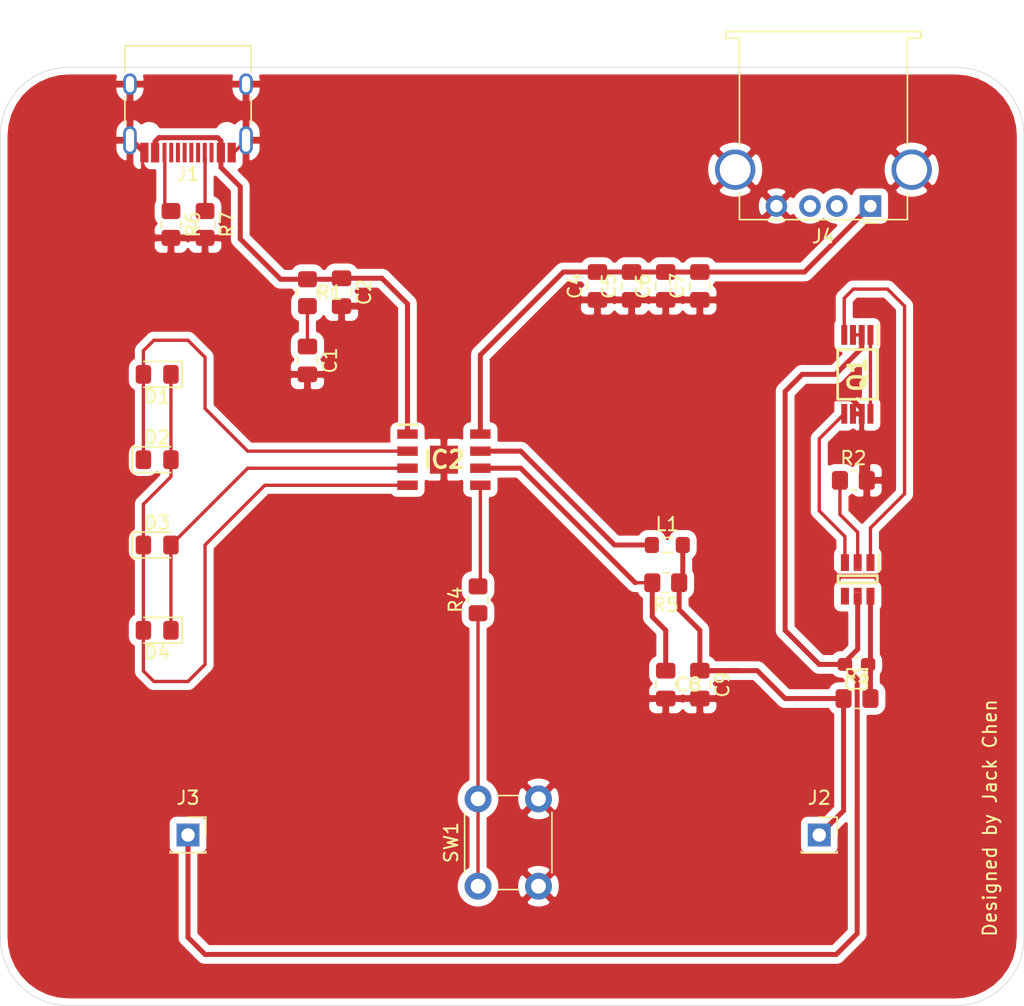
<source format=kicad_pcb>
(kicad_pcb (version 20171130) (host pcbnew 5.1.9)

  (general
    (thickness 1.6)
    (drawings 11)
    (tracks 127)
    (zones 0)
    (modules 29)
    (nets 30)
  )

  (page A4)
  (layers
    (0 F.Cu signal)
    (31 B.Cu signal)
    (32 B.Adhes user)
    (33 F.Adhes user)
    (34 B.Paste user)
    (35 F.Paste user)
    (36 B.SilkS user)
    (37 F.SilkS user)
    (38 B.Mask user)
    (39 F.Mask user)
    (40 Dwgs.User user)
    (41 Cmts.User user)
    (42 Eco1.User user)
    (43 Eco2.User user)
    (44 Edge.Cuts user)
    (45 Margin user)
    (46 B.CrtYd user)
    (47 F.CrtYd user)
    (48 B.Fab user)
    (49 F.Fab user)
  )

  (setup
    (last_trace_width 0.25)
    (user_trace_width 0.25)
    (user_trace_width 0.375)
    (trace_clearance 0.2)
    (zone_clearance 0.508)
    (zone_45_only no)
    (trace_min 0.2)
    (via_size 0.8)
    (via_drill 0.4)
    (via_min_size 0.4)
    (via_min_drill 0.3)
    (uvia_size 0.3)
    (uvia_drill 0.1)
    (uvias_allowed no)
    (uvia_min_size 0.2)
    (uvia_min_drill 0.1)
    (edge_width 0.05)
    (segment_width 0.2)
    (pcb_text_width 0.3)
    (pcb_text_size 1.5 1.5)
    (mod_edge_width 0.12)
    (mod_text_size 1 1)
    (mod_text_width 0.15)
    (pad_size 1.524 1.524)
    (pad_drill 0.762)
    (pad_to_mask_clearance 0)
    (aux_axis_origin 0 0)
    (visible_elements FFFFFF7F)
    (pcbplotparams
      (layerselection 0x010fc_ffffffff)
      (usegerberextensions false)
      (usegerberattributes true)
      (usegerberadvancedattributes true)
      (creategerberjobfile true)
      (excludeedgelayer true)
      (linewidth 0.100000)
      (plotframeref false)
      (viasonmask false)
      (mode 1)
      (useauxorigin false)
      (hpglpennumber 1)
      (hpglpenspeed 20)
      (hpglpendiameter 15.000000)
      (psnegative false)
      (psa4output false)
      (plotreference true)
      (plotvalue true)
      (plotinvisibletext false)
      (padsonsilk false)
      (subtractmaskfromsilk false)
      (outputformat 1)
      (mirror false)
      (drillshape 0)
      (scaleselection 1)
      (outputdirectory "./"))
  )

  (net 0 "")
  (net 1 GND)
  (net 2 "Net-(C1-Pad1)")
  (net 3 "Net-(C2-Pad1)")
  (net 4 "Net-(C3-Pad1)")
  (net 5 "Net-(C3-Pad2)")
  (net 6 "Net-(C4-Pad2)")
  (net 7 "Net-(C8-Pad1)")
  (net 8 BATT+)
  (net 9 "Net-(D1-Pad2)")
  (net 10 "Net-(D1-Pad1)")
  (net 11 "Net-(D3-Pad2)")
  (net 12 "Net-(IC1-Pad1)")
  (net 13 "Net-(IC1-Pad2)")
  (net 14 "Net-(IC1-Pad3)")
  (net 15 "Net-(IC1-Pad4)")
  (net 16 "Net-(IC2-Pad5)")
  (net 17 "Net-(IC2-Pad7)")
  (net 18 "Net-(J1-PadA6)")
  (net 19 "Net-(J1-PadA8)")
  (net 20 "Net-(J1-PadB6)")
  (net 21 "Net-(J1-PadA7)")
  (net 22 "Net-(J1-PadB7)")
  (net 23 "Net-(J1-PadB8)")
  (net 24 "Net-(J4-Pad2)")
  (net 25 "Net-(J4-Pad3)")
  (net 26 "Net-(Q1-Pad1)")
  (net 27 "Net-(R4-Pad1)")
  (net 28 "Net-(J1-PadB5)")
  (net 29 "Net-(J1-PadA5)")

  (net_class Default "This is the default net class."
    (clearance 0.2)
    (trace_width 0.25)
    (via_dia 0.8)
    (via_drill 0.4)
    (uvia_dia 0.3)
    (uvia_drill 0.1)
    (add_net "Net-(C1-Pad1)")
    (add_net "Net-(C2-Pad1)")
    (add_net "Net-(C3-Pad1)")
    (add_net "Net-(C4-Pad2)")
    (add_net "Net-(C8-Pad1)")
    (add_net "Net-(D1-Pad1)")
    (add_net "Net-(D1-Pad2)")
    (add_net "Net-(D3-Pad2)")
    (add_net "Net-(IC1-Pad1)")
    (add_net "Net-(IC1-Pad2)")
    (add_net "Net-(IC1-Pad3)")
    (add_net "Net-(IC1-Pad4)")
    (add_net "Net-(IC2-Pad5)")
    (add_net "Net-(IC2-Pad7)")
    (add_net "Net-(J1-PadA5)")
    (add_net "Net-(J1-PadA6)")
    (add_net "Net-(J1-PadA7)")
    (add_net "Net-(J1-PadA8)")
    (add_net "Net-(J1-PadB5)")
    (add_net "Net-(J1-PadB6)")
    (add_net "Net-(J1-PadB7)")
    (add_net "Net-(J1-PadB8)")
    (add_net "Net-(J4-Pad2)")
    (add_net "Net-(J4-Pad3)")
    (add_net "Net-(Q1-Pad1)")
    (add_net "Net-(R4-Pad1)")
  )

  (net_class Power ""
    (clearance 0.2)
    (trace_width 0.375)
    (via_dia 0.8)
    (via_drill 0.4)
    (uvia_dia 0.3)
    (uvia_drill 0.1)
    (add_net BATT+)
    (add_net GND)
    (add_net "Net-(C3-Pad2)")
  )

  (module Connector_USB:USB_C_Receptacle_HRO_TYPE-C-31-M-12 (layer F.Cu) (tedit 5D3C0721) (tstamp 60C7FE2C)
    (at 52.07 55.645 180)
    (descr "USB Type-C receptacle for USB 2.0 and PD, http://www.krhro.com/uploads/soft/180320/1-1P320120243.pdf")
    (tags "usb usb-c 2.0 pd")
    (path /60CA9251)
    (attr smd)
    (fp_text reference J1 (at 0 -5.645) (layer F.SilkS)
      (effects (font (size 1 1) (thickness 0.15)))
    )
    (fp_text value USB_C_Receptacle_USB2.0 (at 0 5.1) (layer F.Fab)
      (effects (font (size 1 1) (thickness 0.15)))
    )
    (fp_line (start -4.7 2) (end -4.7 3.9) (layer F.SilkS) (width 0.12))
    (fp_line (start -4.7 -1.9) (end -4.7 0.1) (layer F.SilkS) (width 0.12))
    (fp_line (start 4.7 2) (end 4.7 3.9) (layer F.SilkS) (width 0.12))
    (fp_line (start 4.7 -1.9) (end 4.7 0.1) (layer F.SilkS) (width 0.12))
    (fp_line (start 5.32 -5.27) (end 5.32 4.15) (layer F.CrtYd) (width 0.05))
    (fp_line (start -5.32 -5.27) (end -5.32 4.15) (layer F.CrtYd) (width 0.05))
    (fp_line (start -5.32 4.15) (end 5.32 4.15) (layer F.CrtYd) (width 0.05))
    (fp_line (start -5.32 -5.27) (end 5.32 -5.27) (layer F.CrtYd) (width 0.05))
    (fp_line (start 4.47 -3.65) (end 4.47 3.65) (layer F.Fab) (width 0.1))
    (fp_line (start -4.47 3.65) (end 4.47 3.65) (layer F.Fab) (width 0.1))
    (fp_line (start -4.47 -3.65) (end -4.47 3.65) (layer F.Fab) (width 0.1))
    (fp_line (start -4.47 -3.65) (end 4.47 -3.65) (layer F.Fab) (width 0.1))
    (fp_line (start -4.7 3.9) (end 4.7 3.9) (layer F.SilkS) (width 0.12))
    (pad S1 thru_hole oval (at 4.32 1.05 180) (size 1 1.6) (drill oval 0.6 1.2) (layers *.Cu *.Mask)
      (net 1 GND))
    (pad "" np_thru_hole circle (at 2.89 -2.6 180) (size 0.65 0.65) (drill 0.65) (layers *.Cu *.Mask))
    (pad S1 thru_hole oval (at -4.32 1.05 180) (size 1 1.6) (drill oval 0.6 1.2) (layers *.Cu *.Mask)
      (net 1 GND))
    (pad "" np_thru_hole circle (at -2.89 -2.6 180) (size 0.65 0.65) (drill 0.65) (layers *.Cu *.Mask))
    (pad S1 thru_hole oval (at -4.32 -3.13 180) (size 1 2.1) (drill oval 0.6 1.7) (layers *.Cu *.Mask)
      (net 1 GND))
    (pad S1 thru_hole oval (at 4.32 -3.13 180) (size 1 2.1) (drill oval 0.6 1.7) (layers *.Cu *.Mask)
      (net 1 GND))
    (pad A6 smd rect (at -0.25 -4.045 180) (size 0.3 1.45) (layers F.Cu F.Paste F.Mask)
      (net 18 "Net-(J1-PadA6)"))
    (pad B5 smd rect (at 1.75 -4.045 180) (size 0.3 1.45) (layers F.Cu F.Paste F.Mask)
      (net 28 "Net-(J1-PadB5)"))
    (pad A8 smd rect (at 1.25 -4.045 180) (size 0.3 1.45) (layers F.Cu F.Paste F.Mask)
      (net 19 "Net-(J1-PadA8)"))
    (pad B6 smd rect (at 0.75 -4.045 180) (size 0.3 1.45) (layers F.Cu F.Paste F.Mask)
      (net 20 "Net-(J1-PadB6)"))
    (pad A7 smd rect (at 0.25 -4.045 180) (size 0.3 1.45) (layers F.Cu F.Paste F.Mask)
      (net 21 "Net-(J1-PadA7)"))
    (pad B7 smd rect (at -0.75 -4.045 180) (size 0.3 1.45) (layers F.Cu F.Paste F.Mask)
      (net 22 "Net-(J1-PadB7)"))
    (pad A5 smd rect (at -1.25 -4.045 180) (size 0.3 1.45) (layers F.Cu F.Paste F.Mask)
      (net 29 "Net-(J1-PadA5)"))
    (pad B8 smd rect (at -1.75 -4.045 180) (size 0.3 1.45) (layers F.Cu F.Paste F.Mask)
      (net 23 "Net-(J1-PadB8)"))
    (pad A12 smd rect (at 3.25 -4.045 180) (size 0.6 1.45) (layers F.Cu F.Paste F.Mask)
      (net 1 GND))
    (pad B4 smd rect (at 2.45 -4.045 180) (size 0.6 1.45) (layers F.Cu F.Paste F.Mask)
      (net 3 "Net-(C2-Pad1)"))
    (pad A4 smd rect (at -2.45 -4.045 180) (size 0.6 1.45) (layers F.Cu F.Paste F.Mask)
      (net 3 "Net-(C2-Pad1)"))
    (pad A1 smd rect (at -3.25 -4.045 180) (size 0.6 1.45) (layers F.Cu F.Paste F.Mask)
      (net 1 GND))
    (pad B12 smd rect (at -3.25 -4.045 180) (size 0.6 1.45) (layers F.Cu F.Paste F.Mask)
      (net 1 GND))
    (pad B9 smd rect (at -2.45 -4.045 180) (size 0.6 1.45) (layers F.Cu F.Paste F.Mask)
      (net 3 "Net-(C2-Pad1)"))
    (pad A9 smd rect (at 2.45 -4.045 180) (size 0.6 1.45) (layers F.Cu F.Paste F.Mask)
      (net 3 "Net-(C2-Pad1)"))
    (pad B1 smd rect (at 3.25 -4.045 180) (size 0.6 1.45) (layers F.Cu F.Paste F.Mask)
      (net 1 GND))
    (model ${KISYS3DMOD}/Connector_USB.3dshapes/USB_C_Receptacle_HRO_TYPE-C-31-M-12.wrl
      (at (xyz 0 0 0))
      (scale (xyz 1 1 1))
      (rotate (xyz 0 0 0))
    )
  )

  (module Capacitor_SMD:C_0603_1608Metric_Pad1.08x0.95mm_HandSolder (layer F.Cu) (tedit 5F68FEEF) (tstamp 60C80C51)
    (at 101.8325 97.79 180)
    (descr "Capacitor SMD 0603 (1608 Metric), square (rectangular) end terminal, IPC_7351 nominal with elongated pad for handsoldering. (Body size source: IPC-SM-782 page 76, https://www.pcb-3d.com/wordpress/wp-content/uploads/ipc-sm-782a_amendment_1_and_2.pdf), generated with kicad-footprint-generator")
    (tags "capacitor handsolder")
    (path /60C88E80)
    (attr smd)
    (fp_text reference C3 (at 0 -1.43) (layer F.SilkS)
      (effects (font (size 1 1) (thickness 0.15)))
    )
    (fp_text value 0.1uF (at 0 1.43) (layer F.Fab)
      (effects (font (size 1 1) (thickness 0.15)))
    )
    (fp_line (start 1.65 0.73) (end -1.65 0.73) (layer F.CrtYd) (width 0.05))
    (fp_line (start 1.65 -0.73) (end 1.65 0.73) (layer F.CrtYd) (width 0.05))
    (fp_line (start -1.65 -0.73) (end 1.65 -0.73) (layer F.CrtYd) (width 0.05))
    (fp_line (start -1.65 0.73) (end -1.65 -0.73) (layer F.CrtYd) (width 0.05))
    (fp_line (start -0.146267 0.51) (end 0.146267 0.51) (layer F.SilkS) (width 0.12))
    (fp_line (start -0.146267 -0.51) (end 0.146267 -0.51) (layer F.SilkS) (width 0.12))
    (fp_line (start 0.8 0.4) (end -0.8 0.4) (layer F.Fab) (width 0.1))
    (fp_line (start 0.8 -0.4) (end 0.8 0.4) (layer F.Fab) (width 0.1))
    (fp_line (start -0.8 -0.4) (end 0.8 -0.4) (layer F.Fab) (width 0.1))
    (fp_line (start -0.8 0.4) (end -0.8 -0.4) (layer F.Fab) (width 0.1))
    (fp_text user %R (at 0 0) (layer F.Fab)
      (effects (font (size 0.4 0.4) (thickness 0.06)))
    )
    (pad 2 smd roundrect (at 0.8625 0 180) (size 1.075 0.95) (layers F.Cu F.Paste F.Mask) (roundrect_rratio 0.25)
      (net 5 "Net-(C3-Pad2)"))
    (pad 1 smd roundrect (at -0.8625 0 180) (size 1.075 0.95) (layers F.Cu F.Paste F.Mask) (roundrect_rratio 0.25)
      (net 4 "Net-(C3-Pad1)"))
    (model ${KISYS3DMOD}/Capacitor_SMD.3dshapes/C_0603_1608Metric.wrl
      (at (xyz 0 0 0))
      (scale (xyz 1 1 1))
      (rotate (xyz 0 0 0))
    )
  )

  (module Connector_PinSocket_2.54mm:PinSocket_1x01_P2.54mm_Vertical (layer F.Cu) (tedit 5A19A434) (tstamp 60C7C8E7)
    (at 52.07 110.49)
    (descr "Through hole straight socket strip, 1x01, 2.54mm pitch, single row (from Kicad 4.0.7), script generated")
    (tags "Through hole socket strip THT 1x01 2.54mm single row")
    (path /60C87A3B)
    (fp_text reference J3 (at 0 -2.77) (layer F.SilkS)
      (effects (font (size 1 1) (thickness 0.15)))
    )
    (fp_text value Cell- (at 0 2.77) (layer F.Fab)
      (effects (font (size 1 1) (thickness 0.15)))
    )
    (fp_line (start -1.8 1.75) (end -1.8 -1.8) (layer F.CrtYd) (width 0.05))
    (fp_line (start 1.75 1.75) (end -1.8 1.75) (layer F.CrtYd) (width 0.05))
    (fp_line (start 1.75 -1.8) (end 1.75 1.75) (layer F.CrtYd) (width 0.05))
    (fp_line (start -1.8 -1.8) (end 1.75 -1.8) (layer F.CrtYd) (width 0.05))
    (fp_line (start 0 -1.33) (end 1.33 -1.33) (layer F.SilkS) (width 0.12))
    (fp_line (start 1.33 -1.33) (end 1.33 0) (layer F.SilkS) (width 0.12))
    (fp_line (start 1.33 1.21) (end 1.33 1.33) (layer F.SilkS) (width 0.12))
    (fp_line (start -1.33 1.21) (end -1.33 1.33) (layer F.SilkS) (width 0.12))
    (fp_line (start -1.33 1.33) (end 1.33 1.33) (layer F.SilkS) (width 0.12))
    (fp_line (start -1.27 1.27) (end -1.27 -1.27) (layer F.Fab) (width 0.1))
    (fp_line (start 1.27 1.27) (end -1.27 1.27) (layer F.Fab) (width 0.1))
    (fp_line (start 1.27 -0.635) (end 1.27 1.27) (layer F.Fab) (width 0.1))
    (fp_line (start 0.635 -1.27) (end 1.27 -0.635) (layer F.Fab) (width 0.1))
    (fp_line (start -1.27 -1.27) (end 0.635 -1.27) (layer F.Fab) (width 0.1))
    (fp_text user %R (at 0 0) (layer F.Fab)
      (effects (font (size 1 1) (thickness 0.15)))
    )
    (pad 1 thru_hole rect (at 0 0) (size 1.7 1.7) (drill 1) (layers *.Cu *.Mask)
      (net 5 "Net-(C3-Pad2)"))
    (model ${KISYS3DMOD}/Connector_PinSocket_2.54mm.3dshapes/PinSocket_1x01_P2.54mm_Vertical.wrl
      (at (xyz 0 0 0))
      (scale (xyz 1 1 1))
      (rotate (xyz 0 0 0))
    )
  )

  (module Connector_PinSocket_2.54mm:PinSocket_1x01_P2.54mm_Vertical (layer F.Cu) (tedit 5A19A434) (tstamp 60C7C8DD)
    (at 99.06 110.49)
    (descr "Through hole straight socket strip, 1x01, 2.54mm pitch, single row (from Kicad 4.0.7), script generated")
    (tags "Through hole socket strip THT 1x01 2.54mm single row")
    (path /60C8643A)
    (fp_text reference J2 (at 0 -2.77) (layer F.SilkS)
      (effects (font (size 1 1) (thickness 0.15)))
    )
    (fp_text value Cell+ (at 0 2.77) (layer F.Fab)
      (effects (font (size 1 1) (thickness 0.15)))
    )
    (fp_line (start -1.8 1.75) (end -1.8 -1.8) (layer F.CrtYd) (width 0.05))
    (fp_line (start 1.75 1.75) (end -1.8 1.75) (layer F.CrtYd) (width 0.05))
    (fp_line (start 1.75 -1.8) (end 1.75 1.75) (layer F.CrtYd) (width 0.05))
    (fp_line (start -1.8 -1.8) (end 1.75 -1.8) (layer F.CrtYd) (width 0.05))
    (fp_line (start 0 -1.33) (end 1.33 -1.33) (layer F.SilkS) (width 0.12))
    (fp_line (start 1.33 -1.33) (end 1.33 0) (layer F.SilkS) (width 0.12))
    (fp_line (start 1.33 1.21) (end 1.33 1.33) (layer F.SilkS) (width 0.12))
    (fp_line (start -1.33 1.21) (end -1.33 1.33) (layer F.SilkS) (width 0.12))
    (fp_line (start -1.33 1.33) (end 1.33 1.33) (layer F.SilkS) (width 0.12))
    (fp_line (start -1.27 1.27) (end -1.27 -1.27) (layer F.Fab) (width 0.1))
    (fp_line (start 1.27 1.27) (end -1.27 1.27) (layer F.Fab) (width 0.1))
    (fp_line (start 1.27 -0.635) (end 1.27 1.27) (layer F.Fab) (width 0.1))
    (fp_line (start 0.635 -1.27) (end 1.27 -0.635) (layer F.Fab) (width 0.1))
    (fp_line (start -1.27 -1.27) (end 0.635 -1.27) (layer F.Fab) (width 0.1))
    (fp_text user %R (at 0 0) (layer F.Fab)
      (effects (font (size 1 1) (thickness 0.15)))
    )
    (pad 1 thru_hole rect (at 0 0) (size 1.7 1.7) (drill 1) (layers *.Cu *.Mask)
      (net 8 BATT+))
    (model ${KISYS3DMOD}/Connector_PinSocket_2.54mm.3dshapes/PinSocket_1x01_P2.54mm_Vertical.wrl
      (at (xyz 0 0 0))
      (scale (xyz 1 1 1))
      (rotate (xyz 0 0 0))
    )
  )

  (module Resistor_SMD:R_0805_2012Metric_Pad1.20x1.40mm_HandSolder (layer F.Cu) (tedit 5F68FEEE) (tstamp 60C852A6)
    (at 53.34 65.04 270)
    (descr "Resistor SMD 0805 (2012 Metric), square (rectangular) end terminal, IPC_7351 nominal with elongated pad for handsoldering. (Body size source: IPC-SM-782 page 72, https://www.pcb-3d.com/wordpress/wp-content/uploads/ipc-sm-782a_amendment_1_and_2.pdf), generated with kicad-footprint-generator")
    (tags "resistor handsolder")
    (path /60EEB484)
    (attr smd)
    (fp_text reference R7 (at 0 -1.65 90) (layer F.SilkS)
      (effects (font (size 1 1) (thickness 0.15)))
    )
    (fp_text value 5.1K (at 0 1.65 90) (layer F.Fab)
      (effects (font (size 1 1) (thickness 0.15)))
    )
    (fp_line (start 1.85 0.95) (end -1.85 0.95) (layer F.CrtYd) (width 0.05))
    (fp_line (start 1.85 -0.95) (end 1.85 0.95) (layer F.CrtYd) (width 0.05))
    (fp_line (start -1.85 -0.95) (end 1.85 -0.95) (layer F.CrtYd) (width 0.05))
    (fp_line (start -1.85 0.95) (end -1.85 -0.95) (layer F.CrtYd) (width 0.05))
    (fp_line (start -0.227064 0.735) (end 0.227064 0.735) (layer F.SilkS) (width 0.12))
    (fp_line (start -0.227064 -0.735) (end 0.227064 -0.735) (layer F.SilkS) (width 0.12))
    (fp_line (start 1 0.625) (end -1 0.625) (layer F.Fab) (width 0.1))
    (fp_line (start 1 -0.625) (end 1 0.625) (layer F.Fab) (width 0.1))
    (fp_line (start -1 -0.625) (end 1 -0.625) (layer F.Fab) (width 0.1))
    (fp_line (start -1 0.625) (end -1 -0.625) (layer F.Fab) (width 0.1))
    (fp_text user %R (at 0 0 90) (layer F.Fab)
      (effects (font (size 0.5 0.5) (thickness 0.08)))
    )
    (pad 2 smd roundrect (at 1 0 270) (size 1.2 1.4) (layers F.Cu F.Paste F.Mask) (roundrect_rratio 0.2083325)
      (net 1 GND))
    (pad 1 smd roundrect (at -1 0 270) (size 1.2 1.4) (layers F.Cu F.Paste F.Mask) (roundrect_rratio 0.2083325)
      (net 29 "Net-(J1-PadA5)"))
    (model ${KISYS3DMOD}/Resistor_SMD.3dshapes/R_0805_2012Metric.wrl
      (at (xyz 0 0 0))
      (scale (xyz 1 1 1))
      (rotate (xyz 0 0 0))
    )
  )

  (module Resistor_SMD:R_0805_2012Metric_Pad1.20x1.40mm_HandSolder (layer F.Cu) (tedit 5F68FEEE) (tstamp 60C85295)
    (at 50.8 65.04 270)
    (descr "Resistor SMD 0805 (2012 Metric), square (rectangular) end terminal, IPC_7351 nominal with elongated pad for handsoldering. (Body size source: IPC-SM-782 page 72, https://www.pcb-3d.com/wordpress/wp-content/uploads/ipc-sm-782a_amendment_1_and_2.pdf), generated with kicad-footprint-generator")
    (tags "resistor handsolder")
    (path /60EDA322)
    (attr smd)
    (fp_text reference R6 (at 0 -1.65 90) (layer F.SilkS)
      (effects (font (size 1 1) (thickness 0.15)))
    )
    (fp_text value 5.1K (at 0 1.65 90) (layer F.Fab)
      (effects (font (size 1 1) (thickness 0.15)))
    )
    (fp_line (start 1.85 0.95) (end -1.85 0.95) (layer F.CrtYd) (width 0.05))
    (fp_line (start 1.85 -0.95) (end 1.85 0.95) (layer F.CrtYd) (width 0.05))
    (fp_line (start -1.85 -0.95) (end 1.85 -0.95) (layer F.CrtYd) (width 0.05))
    (fp_line (start -1.85 0.95) (end -1.85 -0.95) (layer F.CrtYd) (width 0.05))
    (fp_line (start -0.227064 0.735) (end 0.227064 0.735) (layer F.SilkS) (width 0.12))
    (fp_line (start -0.227064 -0.735) (end 0.227064 -0.735) (layer F.SilkS) (width 0.12))
    (fp_line (start 1 0.625) (end -1 0.625) (layer F.Fab) (width 0.1))
    (fp_line (start 1 -0.625) (end 1 0.625) (layer F.Fab) (width 0.1))
    (fp_line (start -1 -0.625) (end 1 -0.625) (layer F.Fab) (width 0.1))
    (fp_line (start -1 0.625) (end -1 -0.625) (layer F.Fab) (width 0.1))
    (fp_text user %R (at 0 0 90) (layer F.Fab)
      (effects (font (size 0.5 0.5) (thickness 0.08)))
    )
    (pad 2 smd roundrect (at 1 0 270) (size 1.2 1.4) (layers F.Cu F.Paste F.Mask) (roundrect_rratio 0.2083325)
      (net 1 GND))
    (pad 1 smd roundrect (at -1 0 270) (size 1.2 1.4) (layers F.Cu F.Paste F.Mask) (roundrect_rratio 0.2083325)
      (net 28 "Net-(J1-PadB5)"))
    (model ${KISYS3DMOD}/Resistor_SMD.3dshapes/R_0805_2012Metric.wrl
      (at (xyz 0 0 0))
      (scale (xyz 1 1 1))
      (rotate (xyz 0 0 0))
    )
  )

  (module Capacitor_SMD:C_0805_2012Metric_Pad1.18x1.45mm_HandSolder (layer F.Cu) (tedit 5F68FEEF) (tstamp 60C7E1ED)
    (at 60.96 75.1625 270)
    (descr "Capacitor SMD 0805 (2012 Metric), square (rectangular) end terminal, IPC_7351 nominal with elongated pad for handsoldering. (Body size source: IPC-SM-782 page 76, https://www.pcb-3d.com/wordpress/wp-content/uploads/ipc-sm-782a_amendment_1_and_2.pdf, https://docs.google.com/spreadsheets/d/1BsfQQcO9C6DZCsRaXUlFlo91Tg2WpOkGARC1WS5S8t0/edit?usp=sharing), generated with kicad-footprint-generator")
    (tags "capacitor handsolder")
    (path /60CB4C9E)
    (attr smd)
    (fp_text reference C1 (at 0 -1.68 90) (layer F.SilkS)
      (effects (font (size 1 1) (thickness 0.15)))
    )
    (fp_text value 10uF (at 0 1.68 90) (layer F.Fab)
      (effects (font (size 1 1) (thickness 0.15)))
    )
    (fp_line (start 1.88 0.98) (end -1.88 0.98) (layer F.CrtYd) (width 0.05))
    (fp_line (start 1.88 -0.98) (end 1.88 0.98) (layer F.CrtYd) (width 0.05))
    (fp_line (start -1.88 -0.98) (end 1.88 -0.98) (layer F.CrtYd) (width 0.05))
    (fp_line (start -1.88 0.98) (end -1.88 -0.98) (layer F.CrtYd) (width 0.05))
    (fp_line (start -0.261252 0.735) (end 0.261252 0.735) (layer F.SilkS) (width 0.12))
    (fp_line (start -0.261252 -0.735) (end 0.261252 -0.735) (layer F.SilkS) (width 0.12))
    (fp_line (start 1 0.625) (end -1 0.625) (layer F.Fab) (width 0.1))
    (fp_line (start 1 -0.625) (end 1 0.625) (layer F.Fab) (width 0.1))
    (fp_line (start -1 -0.625) (end 1 -0.625) (layer F.Fab) (width 0.1))
    (fp_line (start -1 0.625) (end -1 -0.625) (layer F.Fab) (width 0.1))
    (fp_text user %R (at 0 0 90) (layer F.Fab)
      (effects (font (size 0.5 0.5) (thickness 0.08)))
    )
    (pad 2 smd roundrect (at 1.0375 0 270) (size 1.175 1.45) (layers F.Cu F.Paste F.Mask) (roundrect_rratio 0.2127659574468085)
      (net 1 GND))
    (pad 1 smd roundrect (at -1.0375 0 270) (size 1.175 1.45) (layers F.Cu F.Paste F.Mask) (roundrect_rratio 0.2127659574468085)
      (net 2 "Net-(C1-Pad1)"))
    (model ${KISYS3DMOD}/Capacitor_SMD.3dshapes/C_0805_2012Metric.wrl
      (at (xyz 0 0 0))
      (scale (xyz 1 1 1))
      (rotate (xyz 0 0 0))
    )
  )

  (module Capacitor_SMD:C_0805_2012Metric_Pad1.18x1.45mm_HandSolder (layer F.Cu) (tedit 5F68FEEF) (tstamp 60C7C7B8)
    (at 63.5 70.0825 270)
    (descr "Capacitor SMD 0805 (2012 Metric), square (rectangular) end terminal, IPC_7351 nominal with elongated pad for handsoldering. (Body size source: IPC-SM-782 page 76, https://www.pcb-3d.com/wordpress/wp-content/uploads/ipc-sm-782a_amendment_1_and_2.pdf, https://docs.google.com/spreadsheets/d/1BsfQQcO9C6DZCsRaXUlFlo91Tg2WpOkGARC1WS5S8t0/edit?usp=sharing), generated with kicad-footprint-generator")
    (tags "capacitor handsolder")
    (path /60CB6285)
    (attr smd)
    (fp_text reference C2 (at 0 -1.68 90) (layer F.SilkS)
      (effects (font (size 1 1) (thickness 0.15)))
    )
    (fp_text value 10uF (at 0 1.68 90) (layer F.Fab)
      (effects (font (size 1 1) (thickness 0.15)))
    )
    (fp_line (start -1 0.625) (end -1 -0.625) (layer F.Fab) (width 0.1))
    (fp_line (start -1 -0.625) (end 1 -0.625) (layer F.Fab) (width 0.1))
    (fp_line (start 1 -0.625) (end 1 0.625) (layer F.Fab) (width 0.1))
    (fp_line (start 1 0.625) (end -1 0.625) (layer F.Fab) (width 0.1))
    (fp_line (start -0.261252 -0.735) (end 0.261252 -0.735) (layer F.SilkS) (width 0.12))
    (fp_line (start -0.261252 0.735) (end 0.261252 0.735) (layer F.SilkS) (width 0.12))
    (fp_line (start -1.88 0.98) (end -1.88 -0.98) (layer F.CrtYd) (width 0.05))
    (fp_line (start -1.88 -0.98) (end 1.88 -0.98) (layer F.CrtYd) (width 0.05))
    (fp_line (start 1.88 -0.98) (end 1.88 0.98) (layer F.CrtYd) (width 0.05))
    (fp_line (start 1.88 0.98) (end -1.88 0.98) (layer F.CrtYd) (width 0.05))
    (fp_text user %R (at 0 0 90) (layer F.Fab)
      (effects (font (size 0.5 0.5) (thickness 0.08)))
    )
    (pad 1 smd roundrect (at -1.0375 0 270) (size 1.175 1.45) (layers F.Cu F.Paste F.Mask) (roundrect_rratio 0.2127659574468085)
      (net 3 "Net-(C2-Pad1)"))
    (pad 2 smd roundrect (at 1.0375 0 270) (size 1.175 1.45) (layers F.Cu F.Paste F.Mask) (roundrect_rratio 0.2127659574468085)
      (net 1 GND))
    (model ${KISYS3DMOD}/Capacitor_SMD.3dshapes/C_0805_2012Metric.wrl
      (at (xyz 0 0 0))
      (scale (xyz 1 1 1))
      (rotate (xyz 0 0 0))
    )
  )

  (module Capacitor_SMD:C_0805_2012Metric_Pad1.18x1.45mm_HandSolder (layer F.Cu) (tedit 5F68FEEF) (tstamp 60C7C7DA)
    (at 82.55 69.6175 90)
    (descr "Capacitor SMD 0805 (2012 Metric), square (rectangular) end terminal, IPC_7351 nominal with elongated pad for handsoldering. (Body size source: IPC-SM-782 page 76, https://www.pcb-3d.com/wordpress/wp-content/uploads/ipc-sm-782a_amendment_1_and_2.pdf, https://docs.google.com/spreadsheets/d/1BsfQQcO9C6DZCsRaXUlFlo91Tg2WpOkGARC1WS5S8t0/edit?usp=sharing), generated with kicad-footprint-generator")
    (tags "capacitor handsolder")
    (path /60D64D5A)
    (attr smd)
    (fp_text reference C4 (at 0 -1.68 90) (layer F.SilkS)
      (effects (font (size 1 1) (thickness 0.15)))
    )
    (fp_text value 22uF (at 0 1.68 90) (layer F.Fab)
      (effects (font (size 1 1) (thickness 0.15)))
    )
    (fp_line (start 1.88 0.98) (end -1.88 0.98) (layer F.CrtYd) (width 0.05))
    (fp_line (start 1.88 -0.98) (end 1.88 0.98) (layer F.CrtYd) (width 0.05))
    (fp_line (start -1.88 -0.98) (end 1.88 -0.98) (layer F.CrtYd) (width 0.05))
    (fp_line (start -1.88 0.98) (end -1.88 -0.98) (layer F.CrtYd) (width 0.05))
    (fp_line (start -0.261252 0.735) (end 0.261252 0.735) (layer F.SilkS) (width 0.12))
    (fp_line (start -0.261252 -0.735) (end 0.261252 -0.735) (layer F.SilkS) (width 0.12))
    (fp_line (start 1 0.625) (end -1 0.625) (layer F.Fab) (width 0.1))
    (fp_line (start 1 -0.625) (end 1 0.625) (layer F.Fab) (width 0.1))
    (fp_line (start -1 -0.625) (end 1 -0.625) (layer F.Fab) (width 0.1))
    (fp_line (start -1 0.625) (end -1 -0.625) (layer F.Fab) (width 0.1))
    (fp_text user %R (at 0 0 90) (layer F.Fab)
      (effects (font (size 0.5 0.5) (thickness 0.08)))
    )
    (pad 2 smd roundrect (at 1.0375 0 90) (size 1.175 1.45) (layers F.Cu F.Paste F.Mask) (roundrect_rratio 0.2127659574468085)
      (net 6 "Net-(C4-Pad2)"))
    (pad 1 smd roundrect (at -1.0375 0 90) (size 1.175 1.45) (layers F.Cu F.Paste F.Mask) (roundrect_rratio 0.2127659574468085)
      (net 1 GND))
    (model ${KISYS3DMOD}/Capacitor_SMD.3dshapes/C_0805_2012Metric.wrl
      (at (xyz 0 0 0))
      (scale (xyz 1 1 1))
      (rotate (xyz 0 0 0))
    )
  )

  (module Capacitor_SMD:C_0805_2012Metric_Pad1.18x1.45mm_HandSolder (layer F.Cu) (tedit 5F68FEEF) (tstamp 60C7C7EB)
    (at 85.09 69.6175 90)
    (descr "Capacitor SMD 0805 (2012 Metric), square (rectangular) end terminal, IPC_7351 nominal with elongated pad for handsoldering. (Body size source: IPC-SM-782 page 76, https://www.pcb-3d.com/wordpress/wp-content/uploads/ipc-sm-782a_amendment_1_and_2.pdf, https://docs.google.com/spreadsheets/d/1BsfQQcO9C6DZCsRaXUlFlo91Tg2WpOkGARC1WS5S8t0/edit?usp=sharing), generated with kicad-footprint-generator")
    (tags "capacitor handsolder")
    (path /60D663D9)
    (attr smd)
    (fp_text reference C5 (at 0 -1.68 90) (layer F.SilkS)
      (effects (font (size 1 1) (thickness 0.15)))
    )
    (fp_text value 22uF (at 0 1.68 90) (layer F.Fab)
      (effects (font (size 1 1) (thickness 0.15)))
    )
    (fp_line (start 1.88 0.98) (end -1.88 0.98) (layer F.CrtYd) (width 0.05))
    (fp_line (start 1.88 -0.98) (end 1.88 0.98) (layer F.CrtYd) (width 0.05))
    (fp_line (start -1.88 -0.98) (end 1.88 -0.98) (layer F.CrtYd) (width 0.05))
    (fp_line (start -1.88 0.98) (end -1.88 -0.98) (layer F.CrtYd) (width 0.05))
    (fp_line (start -0.261252 0.735) (end 0.261252 0.735) (layer F.SilkS) (width 0.12))
    (fp_line (start -0.261252 -0.735) (end 0.261252 -0.735) (layer F.SilkS) (width 0.12))
    (fp_line (start 1 0.625) (end -1 0.625) (layer F.Fab) (width 0.1))
    (fp_line (start 1 -0.625) (end 1 0.625) (layer F.Fab) (width 0.1))
    (fp_line (start -1 -0.625) (end 1 -0.625) (layer F.Fab) (width 0.1))
    (fp_line (start -1 0.625) (end -1 -0.625) (layer F.Fab) (width 0.1))
    (fp_text user %R (at 0 0 90) (layer F.Fab)
      (effects (font (size 0.5 0.5) (thickness 0.08)))
    )
    (pad 2 smd roundrect (at 1.0375 0 90) (size 1.175 1.45) (layers F.Cu F.Paste F.Mask) (roundrect_rratio 0.2127659574468085)
      (net 6 "Net-(C4-Pad2)"))
    (pad 1 smd roundrect (at -1.0375 0 90) (size 1.175 1.45) (layers F.Cu F.Paste F.Mask) (roundrect_rratio 0.2127659574468085)
      (net 1 GND))
    (model ${KISYS3DMOD}/Capacitor_SMD.3dshapes/C_0805_2012Metric.wrl
      (at (xyz 0 0 0))
      (scale (xyz 1 1 1))
      (rotate (xyz 0 0 0))
    )
  )

  (module Capacitor_SMD:C_0805_2012Metric_Pad1.18x1.45mm_HandSolder (layer F.Cu) (tedit 5F68FEEF) (tstamp 60C7C7FC)
    (at 87.63 69.6175 90)
    (descr "Capacitor SMD 0805 (2012 Metric), square (rectangular) end terminal, IPC_7351 nominal with elongated pad for handsoldering. (Body size source: IPC-SM-782 page 76, https://www.pcb-3d.com/wordpress/wp-content/uploads/ipc-sm-782a_amendment_1_and_2.pdf, https://docs.google.com/spreadsheets/d/1BsfQQcO9C6DZCsRaXUlFlo91Tg2WpOkGARC1WS5S8t0/edit?usp=sharing), generated with kicad-footprint-generator")
    (tags "capacitor handsolder")
    (path /60D6DD18)
    (attr smd)
    (fp_text reference C6 (at 0 -1.68 90) (layer F.SilkS)
      (effects (font (size 1 1) (thickness 0.15)))
    )
    (fp_text value 22uF (at 0 1.68 90) (layer F.Fab)
      (effects (font (size 1 1) (thickness 0.15)))
    )
    (fp_line (start -1 0.625) (end -1 -0.625) (layer F.Fab) (width 0.1))
    (fp_line (start -1 -0.625) (end 1 -0.625) (layer F.Fab) (width 0.1))
    (fp_line (start 1 -0.625) (end 1 0.625) (layer F.Fab) (width 0.1))
    (fp_line (start 1 0.625) (end -1 0.625) (layer F.Fab) (width 0.1))
    (fp_line (start -0.261252 -0.735) (end 0.261252 -0.735) (layer F.SilkS) (width 0.12))
    (fp_line (start -0.261252 0.735) (end 0.261252 0.735) (layer F.SilkS) (width 0.12))
    (fp_line (start -1.88 0.98) (end -1.88 -0.98) (layer F.CrtYd) (width 0.05))
    (fp_line (start -1.88 -0.98) (end 1.88 -0.98) (layer F.CrtYd) (width 0.05))
    (fp_line (start 1.88 -0.98) (end 1.88 0.98) (layer F.CrtYd) (width 0.05))
    (fp_line (start 1.88 0.98) (end -1.88 0.98) (layer F.CrtYd) (width 0.05))
    (fp_text user %R (at 0 0 90) (layer F.Fab)
      (effects (font (size 0.5 0.5) (thickness 0.08)))
    )
    (pad 1 smd roundrect (at -1.0375 0 90) (size 1.175 1.45) (layers F.Cu F.Paste F.Mask) (roundrect_rratio 0.2127659574468085)
      (net 1 GND))
    (pad 2 smd roundrect (at 1.0375 0 90) (size 1.175 1.45) (layers F.Cu F.Paste F.Mask) (roundrect_rratio 0.2127659574468085)
      (net 6 "Net-(C4-Pad2)"))
    (model ${KISYS3DMOD}/Capacitor_SMD.3dshapes/C_0805_2012Metric.wrl
      (at (xyz 0 0 0))
      (scale (xyz 1 1 1))
      (rotate (xyz 0 0 0))
    )
  )

  (module Capacitor_SMD:C_0805_2012Metric_Pad1.18x1.45mm_HandSolder (layer F.Cu) (tedit 5F68FEEF) (tstamp 60C80537)
    (at 90.17 69.6175 90)
    (descr "Capacitor SMD 0805 (2012 Metric), square (rectangular) end terminal, IPC_7351 nominal with elongated pad for handsoldering. (Body size source: IPC-SM-782 page 76, https://www.pcb-3d.com/wordpress/wp-content/uploads/ipc-sm-782a_amendment_1_and_2.pdf, https://docs.google.com/spreadsheets/d/1BsfQQcO9C6DZCsRaXUlFlo91Tg2WpOkGARC1WS5S8t0/edit?usp=sharing), generated with kicad-footprint-generator")
    (tags "capacitor handsolder")
    (path /60D6553B)
    (attr smd)
    (fp_text reference C7 (at 0 -1.68 90) (layer F.SilkS)
      (effects (font (size 1 1) (thickness 0.15)))
    )
    (fp_text value 22uF (at 0 1.68 90) (layer F.Fab)
      (effects (font (size 1 1) (thickness 0.15)))
    )
    (fp_line (start -1 0.625) (end -1 -0.625) (layer F.Fab) (width 0.1))
    (fp_line (start -1 -0.625) (end 1 -0.625) (layer F.Fab) (width 0.1))
    (fp_line (start 1 -0.625) (end 1 0.625) (layer F.Fab) (width 0.1))
    (fp_line (start 1 0.625) (end -1 0.625) (layer F.Fab) (width 0.1))
    (fp_line (start -0.261252 -0.735) (end 0.261252 -0.735) (layer F.SilkS) (width 0.12))
    (fp_line (start -0.261252 0.735) (end 0.261252 0.735) (layer F.SilkS) (width 0.12))
    (fp_line (start -1.88 0.98) (end -1.88 -0.98) (layer F.CrtYd) (width 0.05))
    (fp_line (start -1.88 -0.98) (end 1.88 -0.98) (layer F.CrtYd) (width 0.05))
    (fp_line (start 1.88 -0.98) (end 1.88 0.98) (layer F.CrtYd) (width 0.05))
    (fp_line (start 1.88 0.98) (end -1.88 0.98) (layer F.CrtYd) (width 0.05))
    (fp_text user %R (at 0 0 90) (layer F.Fab)
      (effects (font (size 0.5 0.5) (thickness 0.08)))
    )
    (pad 1 smd roundrect (at -1.0375 0 90) (size 1.175 1.45) (layers F.Cu F.Paste F.Mask) (roundrect_rratio 0.2127659574468085)
      (net 1 GND))
    (pad 2 smd roundrect (at 1.0375 0 90) (size 1.175 1.45) (layers F.Cu F.Paste F.Mask) (roundrect_rratio 0.2127659574468085)
      (net 6 "Net-(C4-Pad2)"))
    (model ${KISYS3DMOD}/Capacitor_SMD.3dshapes/C_0805_2012Metric.wrl
      (at (xyz 0 0 0))
      (scale (xyz 1 1 1))
      (rotate (xyz 0 0 0))
    )
  )

  (module Capacitor_SMD:C_0805_2012Metric_Pad1.18x1.45mm_HandSolder (layer F.Cu) (tedit 5F68FEEF) (tstamp 60C80496)
    (at 87.63 99.2925 270)
    (descr "Capacitor SMD 0805 (2012 Metric), square (rectangular) end terminal, IPC_7351 nominal with elongated pad for handsoldering. (Body size source: IPC-SM-782 page 76, https://www.pcb-3d.com/wordpress/wp-content/uploads/ipc-sm-782a_amendment_1_and_2.pdf, https://docs.google.com/spreadsheets/d/1BsfQQcO9C6DZCsRaXUlFlo91Tg2WpOkGARC1WS5S8t0/edit?usp=sharing), generated with kicad-footprint-generator")
    (tags "capacitor handsolder")
    (path /60D25512)
    (attr smd)
    (fp_text reference C8 (at 0 -1.68 180) (layer F.SilkS)
      (effects (font (size 1 1) (thickness 0.15)))
    )
    (fp_text value 22uF (at 0 1.68 90) (layer F.Fab)
      (effects (font (size 1 1) (thickness 0.15)))
    )
    (fp_line (start 1.88 0.98) (end -1.88 0.98) (layer F.CrtYd) (width 0.05))
    (fp_line (start 1.88 -0.98) (end 1.88 0.98) (layer F.CrtYd) (width 0.05))
    (fp_line (start -1.88 -0.98) (end 1.88 -0.98) (layer F.CrtYd) (width 0.05))
    (fp_line (start -1.88 0.98) (end -1.88 -0.98) (layer F.CrtYd) (width 0.05))
    (fp_line (start -0.261252 0.735) (end 0.261252 0.735) (layer F.SilkS) (width 0.12))
    (fp_line (start -0.261252 -0.735) (end 0.261252 -0.735) (layer F.SilkS) (width 0.12))
    (fp_line (start 1 0.625) (end -1 0.625) (layer F.Fab) (width 0.1))
    (fp_line (start 1 -0.625) (end 1 0.625) (layer F.Fab) (width 0.1))
    (fp_line (start -1 -0.625) (end 1 -0.625) (layer F.Fab) (width 0.1))
    (fp_line (start -1 0.625) (end -1 -0.625) (layer F.Fab) (width 0.1))
    (fp_text user %R (at 0 0 90) (layer F.Fab)
      (effects (font (size 0.5 0.5) (thickness 0.08)))
    )
    (pad 2 smd roundrect (at 1.0375 0 270) (size 1.175 1.45) (layers F.Cu F.Paste F.Mask) (roundrect_rratio 0.2127659574468085)
      (net 1 GND))
    (pad 1 smd roundrect (at -1.0375 0 270) (size 1.175 1.45) (layers F.Cu F.Paste F.Mask) (roundrect_rratio 0.2127659574468085)
      (net 7 "Net-(C8-Pad1)"))
    (model ${KISYS3DMOD}/Capacitor_SMD.3dshapes/C_0805_2012Metric.wrl
      (at (xyz 0 0 0))
      (scale (xyz 1 1 1))
      (rotate (xyz 0 0 0))
    )
  )

  (module Capacitor_SMD:C_0805_2012Metric_Pad1.18x1.45mm_HandSolder (layer F.Cu) (tedit 5F68FEEF) (tstamp 60C804C6)
    (at 90.17 99.2925 270)
    (descr "Capacitor SMD 0805 (2012 Metric), square (rectangular) end terminal, IPC_7351 nominal with elongated pad for handsoldering. (Body size source: IPC-SM-782 page 76, https://www.pcb-3d.com/wordpress/wp-content/uploads/ipc-sm-782a_amendment_1_and_2.pdf, https://docs.google.com/spreadsheets/d/1BsfQQcO9C6DZCsRaXUlFlo91Tg2WpOkGARC1WS5S8t0/edit?usp=sharing), generated with kicad-footprint-generator")
    (tags "capacitor handsolder")
    (path /60D27D72)
    (attr smd)
    (fp_text reference C9 (at 0 -1.68 90) (layer F.SilkS)
      (effects (font (size 1 1) (thickness 0.15)))
    )
    (fp_text value 22uF (at 0 1.68 90) (layer F.Fab)
      (effects (font (size 1 1) (thickness 0.15)))
    )
    (fp_line (start -1 0.625) (end -1 -0.625) (layer F.Fab) (width 0.1))
    (fp_line (start -1 -0.625) (end 1 -0.625) (layer F.Fab) (width 0.1))
    (fp_line (start 1 -0.625) (end 1 0.625) (layer F.Fab) (width 0.1))
    (fp_line (start 1 0.625) (end -1 0.625) (layer F.Fab) (width 0.1))
    (fp_line (start -0.261252 -0.735) (end 0.261252 -0.735) (layer F.SilkS) (width 0.12))
    (fp_line (start -0.261252 0.735) (end 0.261252 0.735) (layer F.SilkS) (width 0.12))
    (fp_line (start -1.88 0.98) (end -1.88 -0.98) (layer F.CrtYd) (width 0.05))
    (fp_line (start -1.88 -0.98) (end 1.88 -0.98) (layer F.CrtYd) (width 0.05))
    (fp_line (start 1.88 -0.98) (end 1.88 0.98) (layer F.CrtYd) (width 0.05))
    (fp_line (start 1.88 0.98) (end -1.88 0.98) (layer F.CrtYd) (width 0.05))
    (fp_text user %R (at 0 0 90) (layer F.Fab)
      (effects (font (size 0.5 0.5) (thickness 0.08)))
    )
    (pad 1 smd roundrect (at -1.0375 0 270) (size 1.175 1.45) (layers F.Cu F.Paste F.Mask) (roundrect_rratio 0.2127659574468085)
      (net 8 BATT+))
    (pad 2 smd roundrect (at 1.0375 0 270) (size 1.175 1.45) (layers F.Cu F.Paste F.Mask) (roundrect_rratio 0.2127659574468085)
      (net 1 GND))
    (model ${KISYS3DMOD}/Capacitor_SMD.3dshapes/C_0805_2012Metric.wrl
      (at (xyz 0 0 0))
      (scale (xyz 1 1 1))
      (rotate (xyz 0 0 0))
    )
  )

  (module LED_SMD:LED_0805_2012Metric_Pad1.15x1.40mm_HandSolder (layer F.Cu) (tedit 5F68FEF1) (tstamp 60C7C842)
    (at 49.775 76.2 180)
    (descr "LED SMD 0805 (2012 Metric), square (rectangular) end terminal, IPC_7351 nominal, (Body size source: https://docs.google.com/spreadsheets/d/1BsfQQcO9C6DZCsRaXUlFlo91Tg2WpOkGARC1WS5S8t0/edit?usp=sharing), generated with kicad-footprint-generator")
    (tags "LED handsolder")
    (path /60CC7B84)
    (attr smd)
    (fp_text reference D1 (at 0 -1.65) (layer F.SilkS)
      (effects (font (size 1 1) (thickness 0.15)))
    )
    (fp_text value 25% (at 0 1.65) (layer F.Fab)
      (effects (font (size 1 1) (thickness 0.15)))
    )
    (fp_line (start 1.85 0.95) (end -1.85 0.95) (layer F.CrtYd) (width 0.05))
    (fp_line (start 1.85 -0.95) (end 1.85 0.95) (layer F.CrtYd) (width 0.05))
    (fp_line (start -1.85 -0.95) (end 1.85 -0.95) (layer F.CrtYd) (width 0.05))
    (fp_line (start -1.85 0.95) (end -1.85 -0.95) (layer F.CrtYd) (width 0.05))
    (fp_line (start -1.86 0.96) (end 1 0.96) (layer F.SilkS) (width 0.12))
    (fp_line (start -1.86 -0.96) (end -1.86 0.96) (layer F.SilkS) (width 0.12))
    (fp_line (start 1 -0.96) (end -1.86 -0.96) (layer F.SilkS) (width 0.12))
    (fp_line (start 1 0.6) (end 1 -0.6) (layer F.Fab) (width 0.1))
    (fp_line (start -1 0.6) (end 1 0.6) (layer F.Fab) (width 0.1))
    (fp_line (start -1 -0.3) (end -1 0.6) (layer F.Fab) (width 0.1))
    (fp_line (start -0.7 -0.6) (end -1 -0.3) (layer F.Fab) (width 0.1))
    (fp_line (start 1 -0.6) (end -0.7 -0.6) (layer F.Fab) (width 0.1))
    (fp_text user %R (at 0 0) (layer F.Fab)
      (effects (font (size 0.5 0.5) (thickness 0.08)))
    )
    (pad 2 smd roundrect (at 1.025 0 180) (size 1.15 1.4) (layers F.Cu F.Paste F.Mask) (roundrect_rratio 0.2173904347826087)
      (net 9 "Net-(D1-Pad2)"))
    (pad 1 smd roundrect (at -1.025 0 180) (size 1.15 1.4) (layers F.Cu F.Paste F.Mask) (roundrect_rratio 0.2173904347826087)
      (net 10 "Net-(D1-Pad1)"))
    (model ${KISYS3DMOD}/LED_SMD.3dshapes/LED_0805_2012Metric.wrl
      (at (xyz 0 0 0))
      (scale (xyz 1 1 1))
      (rotate (xyz 0 0 0))
    )
  )

  (module LED_SMD:LED_0805_2012Metric_Pad1.15x1.40mm_HandSolder (layer F.Cu) (tedit 5F68FEF1) (tstamp 60C7C855)
    (at 49.775 82.55)
    (descr "LED SMD 0805 (2012 Metric), square (rectangular) end terminal, IPC_7351 nominal, (Body size source: https://docs.google.com/spreadsheets/d/1BsfQQcO9C6DZCsRaXUlFlo91Tg2WpOkGARC1WS5S8t0/edit?usp=sharing), generated with kicad-footprint-generator")
    (tags "LED handsolder")
    (path /60CCAF14)
    (attr smd)
    (fp_text reference D2 (at 0 -1.65) (layer F.SilkS)
      (effects (font (size 1 1) (thickness 0.15)))
    )
    (fp_text value 50% (at 0 1.65) (layer F.Fab)
      (effects (font (size 1 1) (thickness 0.15)))
    )
    (fp_line (start 1 -0.6) (end -0.7 -0.6) (layer F.Fab) (width 0.1))
    (fp_line (start -0.7 -0.6) (end -1 -0.3) (layer F.Fab) (width 0.1))
    (fp_line (start -1 -0.3) (end -1 0.6) (layer F.Fab) (width 0.1))
    (fp_line (start -1 0.6) (end 1 0.6) (layer F.Fab) (width 0.1))
    (fp_line (start 1 0.6) (end 1 -0.6) (layer F.Fab) (width 0.1))
    (fp_line (start 1 -0.96) (end -1.86 -0.96) (layer F.SilkS) (width 0.12))
    (fp_line (start -1.86 -0.96) (end -1.86 0.96) (layer F.SilkS) (width 0.12))
    (fp_line (start -1.86 0.96) (end 1 0.96) (layer F.SilkS) (width 0.12))
    (fp_line (start -1.85 0.95) (end -1.85 -0.95) (layer F.CrtYd) (width 0.05))
    (fp_line (start -1.85 -0.95) (end 1.85 -0.95) (layer F.CrtYd) (width 0.05))
    (fp_line (start 1.85 -0.95) (end 1.85 0.95) (layer F.CrtYd) (width 0.05))
    (fp_line (start 1.85 0.95) (end -1.85 0.95) (layer F.CrtYd) (width 0.05))
    (fp_text user %R (at 0 0) (layer F.Fab)
      (effects (font (size 0.5 0.5) (thickness 0.08)))
    )
    (pad 1 smd roundrect (at -1.025 0) (size 1.15 1.4) (layers F.Cu F.Paste F.Mask) (roundrect_rratio 0.2173904347826087)
      (net 9 "Net-(D1-Pad2)"))
    (pad 2 smd roundrect (at 1.025 0) (size 1.15 1.4) (layers F.Cu F.Paste F.Mask) (roundrect_rratio 0.2173904347826087)
      (net 10 "Net-(D1-Pad1)"))
    (model ${KISYS3DMOD}/LED_SMD.3dshapes/LED_0805_2012Metric.wrl
      (at (xyz 0 0 0))
      (scale (xyz 1 1 1))
      (rotate (xyz 0 0 0))
    )
  )

  (module LED_SMD:LED_0805_2012Metric_Pad1.15x1.40mm_HandSolder (layer F.Cu) (tedit 5F68FEF1) (tstamp 60C7C868)
    (at 49.775 88.9)
    (descr "LED SMD 0805 (2012 Metric), square (rectangular) end terminal, IPC_7351 nominal, (Body size source: https://docs.google.com/spreadsheets/d/1BsfQQcO9C6DZCsRaXUlFlo91Tg2WpOkGARC1WS5S8t0/edit?usp=sharing), generated with kicad-footprint-generator")
    (tags "LED handsolder")
    (path /60CCF7E1)
    (attr smd)
    (fp_text reference D3 (at 0 -1.65) (layer F.SilkS)
      (effects (font (size 1 1) (thickness 0.15)))
    )
    (fp_text value 75% (at 0 1.65) (layer F.Fab)
      (effects (font (size 1 1) (thickness 0.15)))
    )
    (fp_line (start 1 -0.6) (end -0.7 -0.6) (layer F.Fab) (width 0.1))
    (fp_line (start -0.7 -0.6) (end -1 -0.3) (layer F.Fab) (width 0.1))
    (fp_line (start -1 -0.3) (end -1 0.6) (layer F.Fab) (width 0.1))
    (fp_line (start -1 0.6) (end 1 0.6) (layer F.Fab) (width 0.1))
    (fp_line (start 1 0.6) (end 1 -0.6) (layer F.Fab) (width 0.1))
    (fp_line (start 1 -0.96) (end -1.86 -0.96) (layer F.SilkS) (width 0.12))
    (fp_line (start -1.86 -0.96) (end -1.86 0.96) (layer F.SilkS) (width 0.12))
    (fp_line (start -1.86 0.96) (end 1 0.96) (layer F.SilkS) (width 0.12))
    (fp_line (start -1.85 0.95) (end -1.85 -0.95) (layer F.CrtYd) (width 0.05))
    (fp_line (start -1.85 -0.95) (end 1.85 -0.95) (layer F.CrtYd) (width 0.05))
    (fp_line (start 1.85 -0.95) (end 1.85 0.95) (layer F.CrtYd) (width 0.05))
    (fp_line (start 1.85 0.95) (end -1.85 0.95) (layer F.CrtYd) (width 0.05))
    (fp_text user %R (at 0 0) (layer F.Fab)
      (effects (font (size 0.5 0.5) (thickness 0.08)))
    )
    (pad 1 smd roundrect (at -1.025 0) (size 1.15 1.4) (layers F.Cu F.Paste F.Mask) (roundrect_rratio 0.2173904347826087)
      (net 10 "Net-(D1-Pad1)"))
    (pad 2 smd roundrect (at 1.025 0) (size 1.15 1.4) (layers F.Cu F.Paste F.Mask) (roundrect_rratio 0.2173904347826087)
      (net 11 "Net-(D3-Pad2)"))
    (model ${KISYS3DMOD}/LED_SMD.3dshapes/LED_0805_2012Metric.wrl
      (at (xyz 0 0 0))
      (scale (xyz 1 1 1))
      (rotate (xyz 0 0 0))
    )
  )

  (module LED_SMD:LED_0805_2012Metric_Pad1.15x1.40mm_HandSolder (layer F.Cu) (tedit 5F68FEF1) (tstamp 60C7C87B)
    (at 49.775 95.25 180)
    (descr "LED SMD 0805 (2012 Metric), square (rectangular) end terminal, IPC_7351 nominal, (Body size source: https://docs.google.com/spreadsheets/d/1BsfQQcO9C6DZCsRaXUlFlo91Tg2WpOkGARC1WS5S8t0/edit?usp=sharing), generated with kicad-footprint-generator")
    (tags "LED handsolder")
    (path /60CCF7EB)
    (attr smd)
    (fp_text reference D4 (at 0 -1.65) (layer F.SilkS)
      (effects (font (size 1 1) (thickness 0.15)))
    )
    (fp_text value 100% (at 0 1.65) (layer F.Fab)
      (effects (font (size 1 1) (thickness 0.15)))
    )
    (fp_line (start 1.85 0.95) (end -1.85 0.95) (layer F.CrtYd) (width 0.05))
    (fp_line (start 1.85 -0.95) (end 1.85 0.95) (layer F.CrtYd) (width 0.05))
    (fp_line (start -1.85 -0.95) (end 1.85 -0.95) (layer F.CrtYd) (width 0.05))
    (fp_line (start -1.85 0.95) (end -1.85 -0.95) (layer F.CrtYd) (width 0.05))
    (fp_line (start -1.86 0.96) (end 1 0.96) (layer F.SilkS) (width 0.12))
    (fp_line (start -1.86 -0.96) (end -1.86 0.96) (layer F.SilkS) (width 0.12))
    (fp_line (start 1 -0.96) (end -1.86 -0.96) (layer F.SilkS) (width 0.12))
    (fp_line (start 1 0.6) (end 1 -0.6) (layer F.Fab) (width 0.1))
    (fp_line (start -1 0.6) (end 1 0.6) (layer F.Fab) (width 0.1))
    (fp_line (start -1 -0.3) (end -1 0.6) (layer F.Fab) (width 0.1))
    (fp_line (start -0.7 -0.6) (end -1 -0.3) (layer F.Fab) (width 0.1))
    (fp_line (start 1 -0.6) (end -0.7 -0.6) (layer F.Fab) (width 0.1))
    (fp_text user %R (at 0 0) (layer F.Fab)
      (effects (font (size 0.5 0.5) (thickness 0.08)))
    )
    (pad 2 smd roundrect (at 1.025 0 180) (size 1.15 1.4) (layers F.Cu F.Paste F.Mask) (roundrect_rratio 0.2173904347826087)
      (net 10 "Net-(D1-Pad1)"))
    (pad 1 smd roundrect (at -1.025 0 180) (size 1.15 1.4) (layers F.Cu F.Paste F.Mask) (roundrect_rratio 0.2173904347826087)
      (net 11 "Net-(D3-Pad2)"))
    (model ${KISYS3DMOD}/LED_SMD.3dshapes/LED_0805_2012Metric.wrl
      (at (xyz 0 0 0))
      (scale (xyz 1 1 1))
      (rotate (xyz 0 0 0))
    )
  )

  (module PCBFootprints:DW01 (layer F.Cu) (tedit 60C75898) (tstamp 60C7F4A5)
    (at 101.92 91.46 270)
    (descr <b>SOT2-23-6</b><br>)
    (path /60C77E99)
    (attr smd)
    (fp_text reference IC1 (at 0 0 90) (layer F.SilkS)
      (effects (font (size 1 1) (thickness 0.015)))
    )
    (fp_text value DW01 (at 0 0 90) (layer F.Fab)
      (effects (font (size 1 1) (thickness 0.015)))
    )
    (fp_line (start -2.125 -1.835) (end 2.125 -1.835) (layer F.Fab) (width 0.05))
    (fp_line (start 2.125 -1.835) (end 2.125 1.835) (layer F.Fab) (width 0.05))
    (fp_line (start 2.125 1.835) (end -2.125 1.835) (layer F.Fab) (width 0.05))
    (fp_line (start -2.125 1.835) (end -2.125 -1.835) (layer F.Fab) (width 0.05))
    (fp_line (start -0.8 -1.46) (end 0.8 -1.46) (layer F.Fab) (width 0.1))
    (fp_line (start 0.8 -1.46) (end 0.8 1.46) (layer F.Fab) (width 0.1))
    (fp_line (start 0.8 1.46) (end -0.8 1.46) (layer F.Fab) (width 0.1))
    (fp_line (start -0.8 1.46) (end -0.8 -1.46) (layer F.Fab) (width 0.1))
    (fp_line (start -0.8 -0.51) (end 0.15 -1.46) (layer F.Fab) (width 0.1))
    (fp_line (start -0.275 -1.46) (end 0.275 -1.46) (layer F.SilkS) (width 0.2))
    (fp_line (start 0.275 -1.46) (end 0.275 1.46) (layer F.SilkS) (width 0.2))
    (fp_line (start 0.275 1.46) (end -0.275 1.46) (layer F.SilkS) (width 0.2))
    (fp_line (start -0.275 1.46) (end -0.275 -1.46) (layer F.SilkS) (width 0.2))
    (fp_line (start -1.875 -1.6) (end -0.625 -1.6) (layer F.SilkS) (width 0.2))
    (pad 1 smd rect (at -1.25 -0.95 270) (size 1.25 0.6) (layers F.Cu F.Paste F.Mask)
      (net 12 "Net-(IC1-Pad1)"))
    (pad 2 smd rect (at -1.25 0 270) (size 1.25 0.6) (layers F.Cu F.Paste F.Mask)
      (net 13 "Net-(IC1-Pad2)"))
    (pad 3 smd rect (at -1.25 0.95 270) (size 1.25 0.6) (layers F.Cu F.Paste F.Mask)
      (net 14 "Net-(IC1-Pad3)"))
    (pad 4 smd rect (at 1.25 0.95 270) (size 1.25 0.6) (layers F.Cu F.Paste F.Mask)
      (net 15 "Net-(IC1-Pad4)"))
    (pad 5 smd rect (at 1.25 0 270) (size 1.25 0.6) (layers F.Cu F.Paste F.Mask)
      (net 5 "Net-(C3-Pad2)"))
    (pad 6 smd rect (at 1.25 -0.95 270) (size 1.25 0.6) (layers F.Cu F.Paste F.Mask)
      (net 4 "Net-(C3-Pad1)"))
  )

  (module PCBFootprints:IP5306 (layer F.Cu) (tedit 0) (tstamp 60C7F098)
    (at 71.12 82.55)
    (descr IP5306)
    (tags "Integrated Circuit")
    (path /60C79790)
    (attr smd)
    (fp_text reference IC2 (at 0 0) (layer F.SilkS)
      (effects (font (size 1.27 1.27) (thickness 0.254)))
    )
    (fp_text value IP5306_4.35V (at 0 0) (layer F.SilkS) hide
      (effects (font (size 1.27 1.27) (thickness 0.254)))
    )
    (fp_line (start -3.725 -2.8) (end 3.725 -2.8) (layer F.CrtYd) (width 0.05))
    (fp_line (start 3.725 -2.8) (end 3.725 2.8) (layer F.CrtYd) (width 0.05))
    (fp_line (start 3.725 2.8) (end -3.725 2.8) (layer F.CrtYd) (width 0.05))
    (fp_line (start -3.725 2.8) (end -3.725 -2.8) (layer F.CrtYd) (width 0.05))
    (fp_line (start -1.95 -2.45) (end 1.95 -2.45) (layer F.Fab) (width 0.1))
    (fp_line (start 1.95 -2.45) (end 1.95 2.45) (layer F.Fab) (width 0.1))
    (fp_line (start 1.95 2.45) (end -1.95 2.45) (layer F.Fab) (width 0.1))
    (fp_line (start -1.95 2.45) (end -1.95 -2.45) (layer F.Fab) (width 0.1))
    (fp_line (start -1.95 -1.18) (end -0.68 -2.45) (layer F.Fab) (width 0.1))
    (fp_line (start -3.475 -2.605) (end -1.95 -2.605) (layer F.SilkS) (width 0.2))
    (fp_text user %R (at 0 0) (layer F.Fab)
      (effects (font (size 1.27 1.27) (thickness 0.254)))
    )
    (pad 1 smd rect (at -2.712 -1.905 90) (size 0.7 1.525) (layers F.Cu F.Paste F.Mask)
      (net 3 "Net-(C2-Pad1)"))
    (pad 2 smd rect (at -2.712 -0.635 90) (size 0.7 1.525) (layers F.Cu F.Paste F.Mask)
      (net 9 "Net-(D1-Pad2)"))
    (pad 3 smd rect (at -2.712 0.635 90) (size 0.7 1.525) (layers F.Cu F.Paste F.Mask)
      (net 11 "Net-(D3-Pad2)"))
    (pad 4 smd rect (at -2.712 1.905 90) (size 0.7 1.525) (layers F.Cu F.Paste F.Mask)
      (net 10 "Net-(D1-Pad1)"))
    (pad 5 smd rect (at 2.712 1.905 90) (size 0.7 1.525) (layers F.Cu F.Paste F.Mask)
      (net 16 "Net-(IC2-Pad5)"))
    (pad 6 smd rect (at 2.712 0.635 90) (size 0.7 1.525) (layers F.Cu F.Paste F.Mask)
      (net 7 "Net-(C8-Pad1)"))
    (pad 7 smd rect (at 2.712 -0.635 90) (size 0.7 1.525) (layers F.Cu F.Paste F.Mask)
      (net 17 "Net-(IC2-Pad7)"))
    (pad 8 smd rect (at 2.712 -1.905 90) (size 0.7 1.525) (layers F.Cu F.Paste F.Mask)
      (net 6 "Net-(C4-Pad2)"))
    (pad 9 smd rect (at 0 0) (size 2.09 2.09) (layers F.Cu F.Paste F.Mask)
      (net 1 GND))
    (model IP5306_4.35V.stp
      (at (xyz 0 0 0))
      (scale (xyz 1 1 1))
      (rotate (xyz 0 0 0))
    )
  )

  (module Connector_USB:USB_A_Stewart_SS-52100-001_Horizontal (layer F.Cu) (tedit 5CB49A87) (tstamp 60C7FF30)
    (at 102.87 63.67 180)
    (descr "USB A connector https://belfuse.com/resources/drawings/stewartconnector/dr-stw-ss-52100-001.pdf")
    (tags "USB_A Female Connector receptacle")
    (path /60D0CAC9)
    (fp_text reference J4 (at 3.5 -2.26) (layer F.SilkS)
      (effects (font (size 1 1) (thickness 0.15)))
    )
    (fp_text value USB_A (at 3.5 14.49) (layer F.Fab)
      (effects (font (size 1 1) (thickness 0.15)))
    )
    (fp_line (start 10.25 4.74) (end 11.25 4.74) (layer F.CrtYd) (width 0.05))
    (fp_line (start 10.25 11.99) (end 10.25 4.74) (layer F.CrtYd) (width 0.05))
    (fp_line (start 11.25 11.99) (end 10.25 11.99) (layer F.CrtYd) (width 0.05))
    (fp_line (start 11.25 13.49) (end 11.25 11.99) (layer F.CrtYd) (width 0.05))
    (fp_line (start -4.25 13.49) (end 11.25 13.49) (layer F.CrtYd) (width 0.05))
    (fp_line (start -4.25 11.99) (end -4.25 13.49) (layer F.CrtYd) (width 0.05))
    (fp_line (start -3.25 11.99) (end -4.25 11.99) (layer F.CrtYd) (width 0.05))
    (fp_line (start -3.25 4.74) (end -3.25 11.99) (layer F.CrtYd) (width 0.05))
    (fp_line (start 0 -0.76) (end 0.25 -1.01) (layer F.Fab) (width 0.1))
    (fp_line (start -0.25 -1.01) (end 0 -0.76) (layer F.Fab) (width 0.1))
    (fp_line (start -0.5 -1.26) (end 0.5 -1.26) (layer F.SilkS) (width 0.12))
    (fp_line (start -3.75 12.49) (end -3.75 12.99) (layer F.SilkS) (width 0.12))
    (fp_line (start -2.75 12.49) (end -3.75 12.49) (layer F.SilkS) (width 0.12))
    (fp_line (start -2.75 4.49) (end -2.75 12.49) (layer F.SilkS) (width 0.12))
    (fp_line (start -2.75 -1.01) (end -2.75 0.99) (layer F.SilkS) (width 0.12))
    (fp_line (start 9.75 -1.01) (end -2.75 -1.01) (layer F.SilkS) (width 0.12))
    (fp_line (start 9.75 0.99) (end 9.75 -1.01) (layer F.SilkS) (width 0.12))
    (fp_line (start 9.75 12.49) (end 9.75 4.49) (layer F.SilkS) (width 0.12))
    (fp_line (start 10.75 12.49) (end 9.75 12.49) (layer F.SilkS) (width 0.12))
    (fp_line (start 10.75 12.99) (end 10.75 12.49) (layer F.SilkS) (width 0.12))
    (fp_line (start -3.75 12.99) (end 10.75 12.99) (layer F.SilkS) (width 0.12))
    (fp_line (start 9.75 12.49) (end 9.75 -1.01) (layer F.Fab) (width 0.1))
    (fp_line (start -2.75 -1.01) (end 9.75 -1.01) (layer F.Fab) (width 0.1))
    (fp_line (start -2.75 12.49) (end -2.75 -1.01) (layer F.Fab) (width 0.1))
    (fp_line (start -3.75 12.99) (end 10.75 12.99) (layer F.Fab) (width 0.1))
    (fp_line (start -3.75 12.99) (end -3.75 12.49) (layer F.Fab) (width 0.1))
    (fp_line (start -3.75 12.49) (end -2.75 12.49) (layer F.Fab) (width 0.1))
    (fp_line (start 9.75 12.49) (end 10.75 12.49) (layer F.Fab) (width 0.1))
    (fp_line (start 10.75 12.49) (end 10.75 12.99) (layer F.Fab) (width 0.1))
    (fp_line (start 12.15 1.99) (end 11.25 0.69) (layer F.CrtYd) (width 0.05))
    (fp_line (start 10.25 0.69) (end 11.25 0.69) (layer F.CrtYd) (width 0.05))
    (fp_line (start 12.15 1.99) (end 12.15 3.44) (layer F.CrtYd) (width 0.05))
    (fp_line (start 10.25 0.69) (end 10.25 -1.51) (layer F.CrtYd) (width 0.05))
    (fp_line (start 10.25 -1.51) (end -3.25 -1.51) (layer F.CrtYd) (width 0.05))
    (fp_line (start -3.25 0.69) (end -3.25 -1.51) (layer F.CrtYd) (width 0.05))
    (fp_line (start 12.15 3.44) (end 11.25 4.74) (layer F.CrtYd) (width 0.05))
    (fp_line (start -3.25 0.69) (end -4.25 0.69) (layer F.CrtYd) (width 0.05))
    (fp_line (start -5.15 3.44) (end -4.25 4.74) (layer F.CrtYd) (width 0.05))
    (fp_line (start -3.25 4.74) (end -4.25 4.74) (layer F.CrtYd) (width 0.05))
    (fp_line (start -5.15 3.44) (end -5.15 1.99) (layer F.CrtYd) (width 0.05))
    (fp_line (start -5.15 1.99) (end -4.25 0.69) (layer F.CrtYd) (width 0.05))
    (fp_text user %R (at 3.5 5.99) (layer B.Fab)
      (effects (font (size 1 1) (thickness 0.15)) (justify mirror))
    )
    (pad 5 thru_hole circle (at 10.07 2.71 180) (size 3 3) (drill 2.3) (layers *.Cu *.Mask)
      (net 1 GND))
    (pad 5 thru_hole circle (at -3.07 2.71 180) (size 3 3) (drill 2.3) (layers *.Cu *.Mask)
      (net 1 GND))
    (pad 1 thru_hole rect (at 0 0 180) (size 1.6 1.6) (drill 0.92) (layers *.Cu *.Mask)
      (net 6 "Net-(C4-Pad2)"))
    (pad 2 thru_hole circle (at 2.5 0 180) (size 1.6 1.6) (drill 0.92) (layers *.Cu *.Mask)
      (net 24 "Net-(J4-Pad2)"))
    (pad 3 thru_hole circle (at 4.5 0 180) (size 1.6 1.6) (drill 0.92) (layers *.Cu *.Mask)
      (net 25 "Net-(J4-Pad3)"))
    (pad 4 thru_hole circle (at 7 0 180) (size 1.6 1.6) (drill 0.92) (layers *.Cu *.Mask)
      (net 1 GND))
    (model ${KISYS3DMOD}/Connector_USB.3dshapes/USB_A_Stewart_SS-52100-001_Horizontal.wrl
      (at (xyz 0 0 0))
      (scale (xyz 1 1 1))
      (rotate (xyz 0 0 0))
    )
  )

  (module Inductor_SMD:L_0805_2012Metric_Pad1.05x1.20mm_HandSolder (layer F.Cu) (tedit 5F68FEF0) (tstamp 60C82A72)
    (at 87.75 88.9)
    (descr "Inductor SMD 0805 (2012 Metric), square (rectangular) end terminal, IPC_7351 nominal with elongated pad for handsoldering. (Body size source: IPC-SM-782 page 80, https://www.pcb-3d.com/wordpress/wp-content/uploads/ipc-sm-782a_amendment_1_and_2.pdf), generated with kicad-footprint-generator")
    (tags "inductor handsolder")
    (path /60D1D581)
    (attr smd)
    (fp_text reference L1 (at 0 -1.55) (layer F.SilkS)
      (effects (font (size 1 1) (thickness 0.15)))
    )
    (fp_text value 1uH (at 0 1.55) (layer F.Fab)
      (effects (font (size 1 1) (thickness 0.15)))
    )
    (fp_line (start -1 0.45) (end -1 -0.45) (layer F.Fab) (width 0.1))
    (fp_line (start -1 -0.45) (end 1 -0.45) (layer F.Fab) (width 0.1))
    (fp_line (start 1 -0.45) (end 1 0.45) (layer F.Fab) (width 0.1))
    (fp_line (start 1 0.45) (end -1 0.45) (layer F.Fab) (width 0.1))
    (fp_line (start -0.410242 -0.56) (end 0.410242 -0.56) (layer F.SilkS) (width 0.12))
    (fp_line (start -0.410242 0.56) (end 0.410242 0.56) (layer F.SilkS) (width 0.12))
    (fp_line (start -1.92 0.85) (end -1.92 -0.85) (layer F.CrtYd) (width 0.05))
    (fp_line (start -1.92 -0.85) (end 1.92 -0.85) (layer F.CrtYd) (width 0.05))
    (fp_line (start 1.92 -0.85) (end 1.92 0.85) (layer F.CrtYd) (width 0.05))
    (fp_line (start 1.92 0.85) (end -1.92 0.85) (layer F.CrtYd) (width 0.05))
    (fp_text user %R (at 0 0) (layer F.Fab)
      (effects (font (size 0.5 0.5) (thickness 0.08)))
    )
    (pad 1 smd roundrect (at -1.15 0) (size 1.05 1.2) (layers F.Cu F.Paste F.Mask) (roundrect_rratio 0.2380942857142857)
      (net 17 "Net-(IC2-Pad7)"))
    (pad 2 smd roundrect (at 1.15 0) (size 1.05 1.2) (layers F.Cu F.Paste F.Mask) (roundrect_rratio 0.2380942857142857)
      (net 8 BATT+))
    (model ${KISYS3DMOD}/Inductor_SMD.3dshapes/L_0805_2012Metric.wrl
      (at (xyz 0 0 0))
      (scale (xyz 1 1 1))
      (rotate (xyz 0 0 0))
    )
  )

  (module PCBFootprints:FS8205A (layer F.Cu) (tedit 0) (tstamp 60C7F45A)
    (at 101.895 76.2 270)
    (descr TSSOP-8)
    (tags Transistor)
    (path /60C7DDA3)
    (attr smd)
    (fp_text reference Q1 (at 0 0 90) (layer F.SilkS)
      (effects (font (size 1.27 1.27) (thickness 0.254)))
    )
    (fp_text value FS8205A (at 0 0 90) (layer F.SilkS) hide
      (effects (font (size 1.27 1.27) (thickness 0.254)))
    )
    (fp_line (start -3.925 -1.765) (end 3.925 -1.765) (layer F.CrtYd) (width 0.05))
    (fp_line (start 3.925 -1.765) (end 3.925 1.765) (layer F.CrtYd) (width 0.05))
    (fp_line (start 3.925 1.765) (end -3.925 1.765) (layer F.CrtYd) (width 0.05))
    (fp_line (start -3.925 1.765) (end -3.925 -1.765) (layer F.CrtYd) (width 0.05))
    (fp_line (start -2.2 -1.465) (end 2.2 -1.465) (layer F.Fab) (width 0.1))
    (fp_line (start 2.2 -1.465) (end 2.2 1.465) (layer F.Fab) (width 0.1))
    (fp_line (start 2.2 1.465) (end -2.2 1.465) (layer F.Fab) (width 0.1))
    (fp_line (start -2.2 1.465) (end -2.2 -1.465) (layer F.Fab) (width 0.1))
    (fp_line (start -2.2 -0.815) (end -1.55 -1.465) (layer F.Fab) (width 0.1))
    (fp_line (start -1.85 -1.465) (end 1.85 -1.465) (layer F.SilkS) (width 0.2))
    (fp_line (start 1.85 -1.465) (end 1.85 1.465) (layer F.SilkS) (width 0.2))
    (fp_line (start 1.85 1.465) (end -1.85 1.465) (layer F.SilkS) (width 0.2))
    (fp_line (start -1.85 1.465) (end -1.85 -1.465) (layer F.SilkS) (width 0.2))
    (fp_line (start -3.675 -1.55) (end -2.2 -1.55) (layer F.SilkS) (width 0.2))
    (fp_text user %R (at 0 0 90) (layer F.Fab)
      (effects (font (size 1.27 1.27) (thickness 0.254)))
    )
    (pad 1 smd rect (at -2.938 -0.975) (size 0.45 1.475) (layers F.Cu F.Paste F.Mask)
      (net 26 "Net-(Q1-Pad1)"))
    (pad 2 smd rect (at -2.938 -0.325) (size 0.45 1.475) (layers F.Cu F.Paste F.Mask)
      (net 5 "Net-(C3-Pad2)"))
    (pad 3 smd rect (at -2.938 0.325) (size 0.45 1.475) (layers F.Cu F.Paste F.Mask)
      (net 5 "Net-(C3-Pad2)"))
    (pad 4 smd rect (at -2.938 0.975) (size 0.45 1.475) (layers F.Cu F.Paste F.Mask)
      (net 12 "Net-(IC1-Pad1)"))
    (pad 5 smd rect (at 2.938 0.975) (size 0.45 1.475) (layers F.Cu F.Paste F.Mask)
      (net 14 "Net-(IC1-Pad3)"))
    (pad 6 smd rect (at 2.938 0.325) (size 0.45 1.475) (layers F.Cu F.Paste F.Mask)
      (net 1 GND))
    (pad 7 smd rect (at 2.938 -0.325) (size 0.45 1.475) (layers F.Cu F.Paste F.Mask)
      (net 1 GND))
    (pad 8 smd rect (at 2.938 -0.975) (size 0.45 1.475) (layers F.Cu F.Paste F.Mask)
      (net 26 "Net-(Q1-Pad1)"))
    (model FS8205A.stp
      (at (xyz 0 0 0))
      (scale (xyz 1 1 1))
      (rotate (xyz 0 0 0))
    )
  )

  (module Resistor_SMD:R_0805_2012Metric_Pad1.20x1.40mm_HandSolder (layer F.Cu) (tedit 5F68FEEE) (tstamp 60C7C958)
    (at 60.96 70.12 270)
    (descr "Resistor SMD 0805 (2012 Metric), square (rectangular) end terminal, IPC_7351 nominal with elongated pad for handsoldering. (Body size source: IPC-SM-782 page 72, https://www.pcb-3d.com/wordpress/wp-content/uploads/ipc-sm-782a_amendment_1_and_2.pdf), generated with kicad-footprint-generator")
    (tags "resistor handsolder")
    (path /60CB457C)
    (attr smd)
    (fp_text reference R1 (at 0 -1.65 180) (layer F.SilkS)
      (effects (font (size 1 1) (thickness 0.15)))
    )
    (fp_text value 2R (at 0 1.65 90) (layer F.Fab)
      (effects (font (size 1 1) (thickness 0.15)))
    )
    (fp_line (start -1 0.625) (end -1 -0.625) (layer F.Fab) (width 0.1))
    (fp_line (start -1 -0.625) (end 1 -0.625) (layer F.Fab) (width 0.1))
    (fp_line (start 1 -0.625) (end 1 0.625) (layer F.Fab) (width 0.1))
    (fp_line (start 1 0.625) (end -1 0.625) (layer F.Fab) (width 0.1))
    (fp_line (start -0.227064 -0.735) (end 0.227064 -0.735) (layer F.SilkS) (width 0.12))
    (fp_line (start -0.227064 0.735) (end 0.227064 0.735) (layer F.SilkS) (width 0.12))
    (fp_line (start -1.85 0.95) (end -1.85 -0.95) (layer F.CrtYd) (width 0.05))
    (fp_line (start -1.85 -0.95) (end 1.85 -0.95) (layer F.CrtYd) (width 0.05))
    (fp_line (start 1.85 -0.95) (end 1.85 0.95) (layer F.CrtYd) (width 0.05))
    (fp_line (start 1.85 0.95) (end -1.85 0.95) (layer F.CrtYd) (width 0.05))
    (fp_text user %R (at 0 0 90) (layer F.Fab)
      (effects (font (size 0.5 0.5) (thickness 0.08)))
    )
    (pad 1 smd roundrect (at -1 0 270) (size 1.2 1.4) (layers F.Cu F.Paste F.Mask) (roundrect_rratio 0.2083325)
      (net 3 "Net-(C2-Pad1)"))
    (pad 2 smd roundrect (at 1 0 270) (size 1.2 1.4) (layers F.Cu F.Paste F.Mask) (roundrect_rratio 0.2083325)
      (net 2 "Net-(C1-Pad1)"))
    (model ${KISYS3DMOD}/Resistor_SMD.3dshapes/R_0805_2012Metric.wrl
      (at (xyz 0 0 0))
      (scale (xyz 1 1 1))
      (rotate (xyz 0 0 0))
    )
  )

  (module Resistor_SMD:R_0805_2012Metric_Pad1.20x1.40mm_HandSolder (layer F.Cu) (tedit 5F68FEEE) (tstamp 60C7C969)
    (at 101.6 84.09)
    (descr "Resistor SMD 0805 (2012 Metric), square (rectangular) end terminal, IPC_7351 nominal with elongated pad for handsoldering. (Body size source: IPC-SM-782 page 72, https://www.pcb-3d.com/wordpress/wp-content/uploads/ipc-sm-782a_amendment_1_and_2.pdf), generated with kicad-footprint-generator")
    (tags "resistor handsolder")
    (path /60CA13E7)
    (attr smd)
    (fp_text reference R2 (at 0 -1.65) (layer F.SilkS)
      (effects (font (size 1 1) (thickness 0.15)))
    )
    (fp_text value 1K (at 0 1.65) (layer F.Fab)
      (effects (font (size 1 1) (thickness 0.15)))
    )
    (fp_line (start -1 0.625) (end -1 -0.625) (layer F.Fab) (width 0.1))
    (fp_line (start -1 -0.625) (end 1 -0.625) (layer F.Fab) (width 0.1))
    (fp_line (start 1 -0.625) (end 1 0.625) (layer F.Fab) (width 0.1))
    (fp_line (start 1 0.625) (end -1 0.625) (layer F.Fab) (width 0.1))
    (fp_line (start -0.227064 -0.735) (end 0.227064 -0.735) (layer F.SilkS) (width 0.12))
    (fp_line (start -0.227064 0.735) (end 0.227064 0.735) (layer F.SilkS) (width 0.12))
    (fp_line (start -1.85 0.95) (end -1.85 -0.95) (layer F.CrtYd) (width 0.05))
    (fp_line (start -1.85 -0.95) (end 1.85 -0.95) (layer F.CrtYd) (width 0.05))
    (fp_line (start 1.85 -0.95) (end 1.85 0.95) (layer F.CrtYd) (width 0.05))
    (fp_line (start 1.85 0.95) (end -1.85 0.95) (layer F.CrtYd) (width 0.05))
    (fp_text user %R (at 0 0) (layer F.Fab)
      (effects (font (size 0.5 0.5) (thickness 0.08)))
    )
    (pad 1 smd roundrect (at -1 0) (size 1.2 1.4) (layers F.Cu F.Paste F.Mask) (roundrect_rratio 0.2083325)
      (net 13 "Net-(IC1-Pad2)"))
    (pad 2 smd roundrect (at 1 0) (size 1.2 1.4) (layers F.Cu F.Paste F.Mask) (roundrect_rratio 0.2083325)
      (net 1 GND))
    (model ${KISYS3DMOD}/Resistor_SMD.3dshapes/R_0805_2012Metric.wrl
      (at (xyz 0 0 0))
      (scale (xyz 1 1 1))
      (rotate (xyz 0 0 0))
    )
  )

  (module Resistor_SMD:R_0805_2012Metric_Pad1.20x1.40mm_HandSolder (layer F.Cu) (tedit 5F68FEEE) (tstamp 60C7C97A)
    (at 101.87 100.33)
    (descr "Resistor SMD 0805 (2012 Metric), square (rectangular) end terminal, IPC_7351 nominal with elongated pad for handsoldering. (Body size source: IPC-SM-782 page 72, https://www.pcb-3d.com/wordpress/wp-content/uploads/ipc-sm-782a_amendment_1_and_2.pdf), generated with kicad-footprint-generator")
    (tags "resistor handsolder")
    (path /60CB17DA)
    (attr smd)
    (fp_text reference R3 (at 0 -1.65) (layer F.SilkS)
      (effects (font (size 1 1) (thickness 0.15)))
    )
    (fp_text value 100R (at 0 1.65) (layer F.Fab)
      (effects (font (size 1 1) (thickness 0.15)))
    )
    (fp_line (start -1 0.625) (end -1 -0.625) (layer F.Fab) (width 0.1))
    (fp_line (start -1 -0.625) (end 1 -0.625) (layer F.Fab) (width 0.1))
    (fp_line (start 1 -0.625) (end 1 0.625) (layer F.Fab) (width 0.1))
    (fp_line (start 1 0.625) (end -1 0.625) (layer F.Fab) (width 0.1))
    (fp_line (start -0.227064 -0.735) (end 0.227064 -0.735) (layer F.SilkS) (width 0.12))
    (fp_line (start -0.227064 0.735) (end 0.227064 0.735) (layer F.SilkS) (width 0.12))
    (fp_line (start -1.85 0.95) (end -1.85 -0.95) (layer F.CrtYd) (width 0.05))
    (fp_line (start -1.85 -0.95) (end 1.85 -0.95) (layer F.CrtYd) (width 0.05))
    (fp_line (start 1.85 -0.95) (end 1.85 0.95) (layer F.CrtYd) (width 0.05))
    (fp_line (start 1.85 0.95) (end -1.85 0.95) (layer F.CrtYd) (width 0.05))
    (fp_text user %R (at 0 0) (layer F.Fab)
      (effects (font (size 0.5 0.5) (thickness 0.08)))
    )
    (pad 1 smd roundrect (at -1 0) (size 1.2 1.4) (layers F.Cu F.Paste F.Mask) (roundrect_rratio 0.2083325)
      (net 8 BATT+))
    (pad 2 smd roundrect (at 1 0) (size 1.2 1.4) (layers F.Cu F.Paste F.Mask) (roundrect_rratio 0.2083325)
      (net 4 "Net-(C3-Pad1)"))
    (model ${KISYS3DMOD}/Resistor_SMD.3dshapes/R_0805_2012Metric.wrl
      (at (xyz 0 0 0))
      (scale (xyz 1 1 1))
      (rotate (xyz 0 0 0))
    )
  )

  (module Resistor_SMD:R_0805_2012Metric_Pad1.20x1.40mm_HandSolder (layer F.Cu) (tedit 5F68FEEE) (tstamp 60C81591)
    (at 73.66 92.98 90)
    (descr "Resistor SMD 0805 (2012 Metric), square (rectangular) end terminal, IPC_7351 nominal with elongated pad for handsoldering. (Body size source: IPC-SM-782 page 72, https://www.pcb-3d.com/wordpress/wp-content/uploads/ipc-sm-782a_amendment_1_and_2.pdf), generated with kicad-footprint-generator")
    (tags "resistor handsolder")
    (path /60CDDD5F)
    (attr smd)
    (fp_text reference R4 (at 0 -1.65 90) (layer F.SilkS)
      (effects (font (size 1 1) (thickness 0.15)))
    )
    (fp_text value 10K (at 0 1.65 90) (layer F.Fab)
      (effects (font (size 1 1) (thickness 0.15)))
    )
    (fp_line (start 1.85 0.95) (end -1.85 0.95) (layer F.CrtYd) (width 0.05))
    (fp_line (start 1.85 -0.95) (end 1.85 0.95) (layer F.CrtYd) (width 0.05))
    (fp_line (start -1.85 -0.95) (end 1.85 -0.95) (layer F.CrtYd) (width 0.05))
    (fp_line (start -1.85 0.95) (end -1.85 -0.95) (layer F.CrtYd) (width 0.05))
    (fp_line (start -0.227064 0.735) (end 0.227064 0.735) (layer F.SilkS) (width 0.12))
    (fp_line (start -0.227064 -0.735) (end 0.227064 -0.735) (layer F.SilkS) (width 0.12))
    (fp_line (start 1 0.625) (end -1 0.625) (layer F.Fab) (width 0.1))
    (fp_line (start 1 -0.625) (end 1 0.625) (layer F.Fab) (width 0.1))
    (fp_line (start -1 -0.625) (end 1 -0.625) (layer F.Fab) (width 0.1))
    (fp_line (start -1 0.625) (end -1 -0.625) (layer F.Fab) (width 0.1))
    (fp_text user %R (at 0 0 90) (layer F.Fab)
      (effects (font (size 0.5 0.5) (thickness 0.08)))
    )
    (pad 2 smd roundrect (at 1 0 90) (size 1.2 1.4) (layers F.Cu F.Paste F.Mask) (roundrect_rratio 0.2083325)
      (net 16 "Net-(IC2-Pad5)"))
    (pad 1 smd roundrect (at -1 0 90) (size 1.2 1.4) (layers F.Cu F.Paste F.Mask) (roundrect_rratio 0.2083325)
      (net 27 "Net-(R4-Pad1)"))
    (model ${KISYS3DMOD}/Resistor_SMD.3dshapes/R_0805_2012Metric.wrl
      (at (xyz 0 0 0))
      (scale (xyz 1 1 1))
      (rotate (xyz 0 0 0))
    )
  )

  (module Resistor_SMD:R_0805_2012Metric_Pad1.20x1.40mm_HandSolder (layer F.Cu) (tedit 5F68FEEE) (tstamp 60C7C99C)
    (at 87.63 91.71 180)
    (descr "Resistor SMD 0805 (2012 Metric), square (rectangular) end terminal, IPC_7351 nominal with elongated pad for handsoldering. (Body size source: IPC-SM-782 page 72, https://www.pcb-3d.com/wordpress/wp-content/uploads/ipc-sm-782a_amendment_1_and_2.pdf), generated with kicad-footprint-generator")
    (tags "resistor handsolder")
    (path /60D23218)
    (attr smd)
    (fp_text reference R5 (at 0 -1.65) (layer F.SilkS)
      (effects (font (size 1 1) (thickness 0.15)))
    )
    (fp_text value 0R5 (at 0 1.65) (layer F.Fab)
      (effects (font (size 1 1) (thickness 0.15)))
    )
    (fp_line (start -1 0.625) (end -1 -0.625) (layer F.Fab) (width 0.1))
    (fp_line (start -1 -0.625) (end 1 -0.625) (layer F.Fab) (width 0.1))
    (fp_line (start 1 -0.625) (end 1 0.625) (layer F.Fab) (width 0.1))
    (fp_line (start 1 0.625) (end -1 0.625) (layer F.Fab) (width 0.1))
    (fp_line (start -0.227064 -0.735) (end 0.227064 -0.735) (layer F.SilkS) (width 0.12))
    (fp_line (start -0.227064 0.735) (end 0.227064 0.735) (layer F.SilkS) (width 0.12))
    (fp_line (start -1.85 0.95) (end -1.85 -0.95) (layer F.CrtYd) (width 0.05))
    (fp_line (start -1.85 -0.95) (end 1.85 -0.95) (layer F.CrtYd) (width 0.05))
    (fp_line (start 1.85 -0.95) (end 1.85 0.95) (layer F.CrtYd) (width 0.05))
    (fp_line (start 1.85 0.95) (end -1.85 0.95) (layer F.CrtYd) (width 0.05))
    (fp_text user %R (at 0 0) (layer F.Fab)
      (effects (font (size 0.5 0.5) (thickness 0.08)))
    )
    (pad 1 smd roundrect (at -1 0 180) (size 1.2 1.4) (layers F.Cu F.Paste F.Mask) (roundrect_rratio 0.2083325)
      (net 8 BATT+))
    (pad 2 smd roundrect (at 1 0 180) (size 1.2 1.4) (layers F.Cu F.Paste F.Mask) (roundrect_rratio 0.2083325)
      (net 7 "Net-(C8-Pad1)"))
    (model ${KISYS3DMOD}/Resistor_SMD.3dshapes/R_0805_2012Metric.wrl
      (at (xyz 0 0 0))
      (scale (xyz 1 1 1))
      (rotate (xyz 0 0 0))
    )
  )

  (module Button_Switch_THT:SW_PUSH_6mm_H4.3mm (layer F.Cu) (tedit 5A02FE31) (tstamp 60C7DB43)
    (at 73.66 114.3 90)
    (descr "tactile push button, 6x6mm e.g. PHAP33xx series, height=4.3mm")
    (tags "tact sw push 6mm")
    (path /60CE0CA2)
    (fp_text reference SW1 (at 3.25 -2 90) (layer F.SilkS)
      (effects (font (size 1 1) (thickness 0.15)))
    )
    (fp_text value SW_Push (at 3.75 6.7 90) (layer F.Fab)
      (effects (font (size 1 1) (thickness 0.15)))
    )
    (fp_line (start 3.25 -0.75) (end 6.25 -0.75) (layer F.Fab) (width 0.1))
    (fp_line (start 6.25 -0.75) (end 6.25 5.25) (layer F.Fab) (width 0.1))
    (fp_line (start 6.25 5.25) (end 0.25 5.25) (layer F.Fab) (width 0.1))
    (fp_line (start 0.25 5.25) (end 0.25 -0.75) (layer F.Fab) (width 0.1))
    (fp_line (start 0.25 -0.75) (end 3.25 -0.75) (layer F.Fab) (width 0.1))
    (fp_line (start 7.75 6) (end 8 6) (layer F.CrtYd) (width 0.05))
    (fp_line (start 8 6) (end 8 5.75) (layer F.CrtYd) (width 0.05))
    (fp_line (start 7.75 -1.5) (end 8 -1.5) (layer F.CrtYd) (width 0.05))
    (fp_line (start 8 -1.5) (end 8 -1.25) (layer F.CrtYd) (width 0.05))
    (fp_line (start -1.5 -1.25) (end -1.5 -1.5) (layer F.CrtYd) (width 0.05))
    (fp_line (start -1.5 -1.5) (end -1.25 -1.5) (layer F.CrtYd) (width 0.05))
    (fp_line (start -1.5 5.75) (end -1.5 6) (layer F.CrtYd) (width 0.05))
    (fp_line (start -1.5 6) (end -1.25 6) (layer F.CrtYd) (width 0.05))
    (fp_line (start -1.25 -1.5) (end 7.75 -1.5) (layer F.CrtYd) (width 0.05))
    (fp_line (start -1.5 5.75) (end -1.5 -1.25) (layer F.CrtYd) (width 0.05))
    (fp_line (start 7.75 6) (end -1.25 6) (layer F.CrtYd) (width 0.05))
    (fp_line (start 8 -1.25) (end 8 5.75) (layer F.CrtYd) (width 0.05))
    (fp_line (start 1 5.5) (end 5.5 5.5) (layer F.SilkS) (width 0.12))
    (fp_line (start -0.25 1.5) (end -0.25 3) (layer F.SilkS) (width 0.12))
    (fp_line (start 5.5 -1) (end 1 -1) (layer F.SilkS) (width 0.12))
    (fp_line (start 6.75 3) (end 6.75 1.5) (layer F.SilkS) (width 0.12))
    (fp_circle (center 3.25 2.25) (end 1.25 2.5) (layer F.Fab) (width 0.1))
    (fp_text user %R (at 3.25 2.25 90) (layer F.Fab)
      (effects (font (size 1 1) (thickness 0.15)))
    )
    (pad 2 thru_hole circle (at 0 4.5 180) (size 2 2) (drill 1.1) (layers *.Cu *.Mask)
      (net 1 GND))
    (pad 1 thru_hole circle (at 0 0 180) (size 2 2) (drill 1.1) (layers *.Cu *.Mask)
      (net 27 "Net-(R4-Pad1)"))
    (pad 2 thru_hole circle (at 6.5 4.5 180) (size 2 2) (drill 1.1) (layers *.Cu *.Mask)
      (net 1 GND))
    (pad 1 thru_hole circle (at 6.5 0 180) (size 2 2) (drill 1.1) (layers *.Cu *.Mask)
      (net 27 "Net-(R4-Pad1)"))
    (model ${KISYS3DMOD}/Button_Switch_THT.3dshapes/SW_PUSH_6mm_H4.3mm.wrl
      (at (xyz 0 0 0))
      (scale (xyz 1 1 1))
      (rotate (xyz 0 0 0))
    )
  )

  (gr_text "Designed by Jack Chen" (at 111.76 109.22 90) (layer F.SilkS)
    (effects (font (size 1 1) (thickness 0.15)))
  )
  (gr_line (start 38.1 113.03) (end 38.1 118.11) (layer Edge.Cuts) (width 0.05) (tstamp 60C819FD))
  (gr_line (start 114.3 113.03) (end 114.3 118.11) (layer Edge.Cuts) (width 0.05) (tstamp 60C819FC))
  (gr_line (start 43.18 123.19) (end 109.22 123.19) (layer Edge.Cuts) (width 0.05) (tstamp 60C819F1))
  (gr_line (start 109.22 53.34) (end 43.18 53.34) (layer Edge.Cuts) (width 0.05) (tstamp 60C819F0))
  (gr_line (start 38.1 113.03) (end 38.1 58.42) (layer Edge.Cuts) (width 0.05) (tstamp 60C819C2))
  (gr_arc (start 43.18 58.42) (end 43.18 53.34) (angle -90) (layer Edge.Cuts) (width 0.05) (tstamp 60C819C5))
  (gr_arc (start 43.18 118.11) (end 38.1 118.11) (angle -90) (layer Edge.Cuts) (width 0.05) (tstamp 60C819BF))
  (gr_arc (start 109.22 118.11) (end 109.22 123.19) (angle -90) (layer Edge.Cuts) (width 0.05))
  (gr_line (start 114.3 58.42) (end 114.3 113.03) (layer Edge.Cuts) (width 0.05))
  (gr_arc (start 109.22 58.42) (end 114.3 58.42) (angle -90) (layer Edge.Cuts) (width 0.05))

  (segment (start 47.905 58.775) (end 48.82 59.69) (width 0.375) (layer F.Cu) (net 1))
  (segment (start 47.75 58.775) (end 47.905 58.775) (width 0.375) (layer F.Cu) (net 1))
  (segment (start 87.63 100.33) (end 90.17 100.33) (width 0.375) (layer F.Cu) (net 1))
  (segment (start 102.22 79.138) (end 101.57 79.138) (width 0.375) (layer F.Cu) (net 1))
  (segment (start 102.22 83.71) (end 102.6 84.09) (width 0.375) (layer F.Cu) (net 1))
  (segment (start 102.22 79.138) (end 102.22 83.71) (width 0.375) (layer F.Cu) (net 1))
  (segment (start 107.95 62.97) (end 105.94 60.96) (width 0.375) (layer F.Cu) (net 1))
  (segment (start 107.95 86.752502) (end 107.95 62.97) (width 0.375) (layer F.Cu) (net 1))
  (segment (start 103.480001 91.222501) (end 107.95 86.752502) (width 0.375) (layer F.Cu) (net 1))
  (segment (start 97.79 88.14251) (end 100.359999 91.222501) (width 0.375) (layer F.Cu) (net 1))
  (segment (start 97.79 79.850508) (end 97.79 88.14251) (width 0.375) (layer F.Cu) (net 1))
  (segment (start 100.359999 91.222501) (end 103.480001 91.222501) (width 0.375) (layer F.Cu) (net 1))
  (segment (start 99.06 78.012999) (end 97.79 79.850508) (width 0.375) (layer F.Cu) (net 1))
  (segment (start 101.455001 78.012999) (end 99.06 78.012999) (width 0.375) (layer F.Cu) (net 1))
  (segment (start 102.22 78.777998) (end 101.455001 78.012999) (width 0.375) (layer F.Cu) (net 1))
  (segment (start 102.22 79.138) (end 102.22 78.777998) (width 0.375) (layer F.Cu) (net 1))
  (segment (start 55.475 59.69) (end 56.39 58.775) (width 0.25) (layer F.Cu) (net 1))
  (segment (start 55.32 59.69) (end 55.475 59.69) (width 0.25) (layer F.Cu) (net 1))
  (segment (start 60.96 71.12) (end 60.96 74.125) (width 0.25) (layer F.Cu) (net 2))
  (segment (start 63.425 69.12) (end 63.5 69.045) (width 0.25) (layer F.Cu) (net 3))
  (segment (start 60.96 69.12) (end 63.425 69.12) (width 0.375) (layer F.Cu) (net 3))
  (segment (start 63.5 69.045) (end 66.505 69.045) (width 0.375) (layer F.Cu) (net 3))
  (segment (start 68.408 70.948) (end 68.408 80.645) (width 0.375) (layer F.Cu) (net 3))
  (segment (start 66.505 69.045) (end 68.408 70.948) (width 0.375) (layer F.Cu) (net 3))
  (segment (start 54.52 58.817498) (end 54.52 59.69) (width 0.375) (layer F.Cu) (net 3))
  (segment (start 49.902003 58.577499) (end 54.280001 58.577499) (width 0.375) (layer F.Cu) (net 3))
  (segment (start 54.280001 58.577499) (end 54.52 58.817498) (width 0.375) (layer F.Cu) (net 3))
  (segment (start 49.62 58.859502) (end 49.902003 58.577499) (width 0.375) (layer F.Cu) (net 3))
  (segment (start 49.62 59.69) (end 49.62 58.859502) (width 0.375) (layer F.Cu) (net 3))
  (segment (start 54.52 60.79) (end 55.96 62.23) (width 0.375) (layer F.Cu) (net 3))
  (segment (start 54.52 59.69) (end 54.52 60.79) (width 0.375) (layer F.Cu) (net 3))
  (segment (start 55.96 62.23) (end 55.96 66.12) (width 0.375) (layer F.Cu) (net 3))
  (segment (start 58.96 69.12) (end 60.96 69.12) (width 0.375) (layer F.Cu) (net 3))
  (segment (start 55.96 66.12) (end 58.96 69.12) (width 0.375) (layer F.Cu) (net 3))
  (segment (start 102.87 92.71) (end 102.87 97.79) (width 0.375) (layer F.Cu) (net 4))
  (segment (start 102.87 97.79) (end 102.87 100.33) (width 0.375) (layer F.Cu) (net 4))
  (segment (start 101.92 96.665) (end 100.795 97.79) (width 0.375) (layer F.Cu) (net 5))
  (segment (start 101.92 92.71) (end 101.92 96.665) (width 0.375) (layer F.Cu) (net 5))
  (segment (start 101.57 73.262) (end 102.22 73.262) (width 0.25) (layer F.Cu) (net 5))
  (segment (start 96.52 95.25) (end 99.06 97.79) (width 0.375) (layer F.Cu) (net 5))
  (segment (start 96.52 77.47) (end 96.52 95.25) (width 0.375) (layer F.Cu) (net 5))
  (segment (start 97.79 76.2) (end 96.52 77.47) (width 0.375) (layer F.Cu) (net 5))
  (segment (start 100.2695 76.2) (end 97.79 76.2) (width 0.375) (layer F.Cu) (net 5))
  (segment (start 99.06 97.79) (end 100.795 97.79) (width 0.375) (layer F.Cu) (net 5))
  (segment (start 102.22 74.2495) (end 100.2695 76.2) (width 0.375) (layer F.Cu) (net 5))
  (segment (start 102.22 73.262) (end 102.22 74.2495) (width 0.375) (layer F.Cu) (net 5))
  (segment (start 52.07 118.11) (end 52.07 110.49) (width 0.375) (layer F.Cu) (net 5))
  (segment (start 53.34 119.38) (end 52.07 118.11) (width 0.375) (layer F.Cu) (net 5))
  (segment (start 100.33 119.38) (end 53.34 119.38) (width 0.375) (layer F.Cu) (net 5))
  (segment (start 101.88249 117.82751) (end 100.33 119.38) (width 0.375) (layer F.Cu) (net 5))
  (segment (start 101.88249 98.87749) (end 101.88249 117.82751) (width 0.375) (layer F.Cu) (net 5))
  (segment (start 100.795 97.79) (end 101.88249 98.87749) (width 0.375) (layer F.Cu) (net 5))
  (segment (start 73.832 80.645) (end 73.832 74.758) (width 0.375) (layer F.Cu) (net 6))
  (segment (start 80.01 68.58) (end 82.55 68.58) (width 0.375) (layer F.Cu) (net 6))
  (segment (start 73.832 74.758) (end 80.01 68.58) (width 0.375) (layer F.Cu) (net 6))
  (segment (start 82.55 68.58) (end 85.09 68.58) (width 0.375) (layer F.Cu) (net 6))
  (segment (start 85.09 68.58) (end 87.63 68.58) (width 0.375) (layer F.Cu) (net 6))
  (segment (start 87.63 68.58) (end 90.17 68.58) (width 0.375) (layer F.Cu) (net 6))
  (segment (start 97.96 68.58) (end 102.87 63.67) (width 0.375) (layer F.Cu) (net 6))
  (segment (start 90.17 68.58) (end 97.96 68.58) (width 0.375) (layer F.Cu) (net 6))
  (segment (start 73.832 83.185) (end 76.835 83.185) (width 0.375) (layer F.Cu) (net 7))
  (segment (start 85.36 91.71) (end 86.63 91.71) (width 0.25) (layer F.Cu) (net 7))
  (segment (start 76.835 83.185) (end 85.36 91.71) (width 0.375) (layer F.Cu) (net 7))
  (segment (start 86.63 91.71) (end 86.63 94.25) (width 0.375) (layer F.Cu) (net 7))
  (segment (start 87.63 95.25) (end 87.63 98.255) (width 0.375) (layer F.Cu) (net 7))
  (segment (start 86.63 94.25) (end 87.63 95.25) (width 0.375) (layer F.Cu) (net 7))
  (segment (start 88.9 91.44) (end 88.63 91.71) (width 0.375) (layer F.Cu) (net 8))
  (segment (start 88.9 88.9) (end 88.9 91.44) (width 0.375) (layer F.Cu) (net 8))
  (segment (start 88.63 91.71) (end 88.63 93.71) (width 0.375) (layer F.Cu) (net 8))
  (segment (start 90.17 95.25) (end 90.17 98.255) (width 0.375) (layer F.Cu) (net 8))
  (segment (start 88.63 93.71) (end 90.17 95.25) (width 0.375) (layer F.Cu) (net 8))
  (segment (start 90.17 98.255) (end 94.445 98.255) (width 0.375) (layer F.Cu) (net 8))
  (segment (start 96.52 100.33) (end 100.87 100.33) (width 0.375) (layer F.Cu) (net 8))
  (segment (start 94.445 98.255) (end 96.52 100.33) (width 0.375) (layer F.Cu) (net 8))
  (segment (start 90.17 98.255) (end 93.175 98.255) (width 0.375) (layer F.Cu) (net 8))
  (segment (start 100.87 108.68) (end 99.06 110.49) (width 0.375) (layer F.Cu) (net 8))
  (segment (start 100.87 100.33) (end 100.87 108.68) (width 0.375) (layer F.Cu) (net 8))
  (segment (start 48.75 76.2) (end 48.75 82.55) (width 0.25) (layer F.Cu) (net 9))
  (segment (start 48.75 76.2) (end 48.75 74.44) (width 0.25) (layer F.Cu) (net 9))
  (segment (start 48.75 74.44) (end 49.53 73.66) (width 0.25) (layer F.Cu) (net 9))
  (segment (start 49.53 73.66) (end 52.07 73.66) (width 0.25) (layer F.Cu) (net 9))
  (segment (start 52.07 73.66) (end 53.34 74.93) (width 0.25) (layer F.Cu) (net 9))
  (segment (start 53.34 74.93) (end 53.34 78.74) (width 0.25) (layer F.Cu) (net 9))
  (segment (start 56.515 81.915) (end 68.408 81.915) (width 0.25) (layer F.Cu) (net 9))
  (segment (start 53.34 78.74) (end 56.515 81.915) (width 0.25) (layer F.Cu) (net 9))
  (segment (start 50.8 76.2) (end 50.8 82.55) (width 0.25) (layer F.Cu) (net 10))
  (segment (start 50.8 82.55) (end 50.8 83.82) (width 0.25) (layer F.Cu) (net 10))
  (segment (start 48.75 85.87) (end 48.75 88.9) (width 0.25) (layer F.Cu) (net 10))
  (segment (start 50.8 83.82) (end 48.75 85.87) (width 0.25) (layer F.Cu) (net 10))
  (segment (start 48.75 88.9) (end 48.75 95.25) (width 0.25) (layer F.Cu) (net 10))
  (segment (start 68.408 84.455) (end 57.785 84.455) (width 0.25) (layer F.Cu) (net 10))
  (segment (start 57.785 84.455) (end 53.34 88.9) (width 0.25) (layer F.Cu) (net 10))
  (segment (start 53.34 88.9) (end 53.34 97.79) (width 0.25) (layer F.Cu) (net 10))
  (segment (start 53.34 97.79) (end 52.07 99.06) (width 0.25) (layer F.Cu) (net 10))
  (segment (start 52.07 99.06) (end 49.53 99.06) (width 0.25) (layer F.Cu) (net 10))
  (segment (start 48.75 98.28) (end 48.75 95.25) (width 0.25) (layer F.Cu) (net 10))
  (segment (start 49.53 99.06) (end 48.75 98.28) (width 0.25) (layer F.Cu) (net 10))
  (segment (start 50.8 88.9) (end 50.8 95.25) (width 0.25) (layer F.Cu) (net 11))
  (segment (start 56.515 83.185) (end 50.8 88.9) (width 0.25) (layer F.Cu) (net 11))
  (segment (start 68.408 83.185) (end 56.515 83.185) (width 0.25) (layer F.Cu) (net 11))
  (segment (start 100.92 73.262) (end 100.92 72.98) (width 0.25) (layer F.Cu) (net 12))
  (segment (start 102.87 90.21) (end 102.87 87.63) (width 0.25) (layer F.Cu) (net 12))
  (segment (start 104.14 69.85) (end 101.6 69.85) (width 0.25) (layer F.Cu) (net 12))
  (segment (start 102.87 87.63) (end 105.41 85.09) (width 0.25) (layer F.Cu) (net 12))
  (segment (start 105.41 85.09) (end 105.41 71.12) (width 0.25) (layer F.Cu) (net 12))
  (segment (start 100.92 70.53) (end 100.92 73.262) (width 0.25) (layer F.Cu) (net 12))
  (segment (start 105.41 71.12) (end 104.14 69.85) (width 0.25) (layer F.Cu) (net 12))
  (segment (start 101.6 69.85) (end 100.92 70.53) (width 0.25) (layer F.Cu) (net 12))
  (segment (start 100.6 84.09) (end 100.6 86.63) (width 0.25) (layer F.Cu) (net 13))
  (segment (start 101.92 87.95) (end 101.92 90.21) (width 0.25) (layer F.Cu) (net 13))
  (segment (start 100.6 86.63) (end 101.92 87.95) (width 0.25) (layer F.Cu) (net 13))
  (segment (start 100.92 79.138) (end 99.06 80.998) (width 0.25) (layer F.Cu) (net 14))
  (segment (start 99.06 80.998) (end 99.06 86.36) (width 0.25) (layer F.Cu) (net 14))
  (segment (start 100.97 88.27) (end 100.97 90.21) (width 0.25) (layer F.Cu) (net 14))
  (segment (start 99.06 86.36) (end 100.97 88.27) (width 0.25) (layer F.Cu) (net 14))
  (segment (start 73.832 91.808) (end 73.66 91.98) (width 0.25) (layer F.Cu) (net 16))
  (segment (start 73.832 84.455) (end 73.832 91.808) (width 0.25) (layer F.Cu) (net 16))
  (segment (start 76.835 81.915) (end 83.82 88.9) (width 0.375) (layer F.Cu) (net 17))
  (segment (start 83.82 88.9) (end 86.6 88.9) (width 0.375) (layer F.Cu) (net 17))
  (segment (start 73.832 81.915) (end 76.835 81.915) (width 0.375) (layer F.Cu) (net 17))
  (segment (start 102.87 73.262) (end 102.87 79.138) (width 0.25) (layer F.Cu) (net 26))
  (segment (start 73.66 93.98) (end 73.66 107.8) (width 0.25) (layer F.Cu) (net 27))
  (segment (start 73.66 107.8) (end 73.66 114.3) (width 0.25) (layer F.Cu) (net 27))
  (segment (start 50.344999 63.584999) (end 50.344999 60.14001) (width 0.25) (layer F.Cu) (net 28))
  (segment (start 50.8 64.04) (end 50.344999 63.584999) (width 0.25) (layer F.Cu) (net 28))
  (segment (start 53.34 60.145009) (end 53.344999 60.14001) (width 0.25) (layer F.Cu) (net 29))
  (segment (start 53.34 64.04) (end 53.34 60.145009) (width 0.25) (layer F.Cu) (net 29))

  (zone (net 1) (net_name GND) (layer F.Cu) (tstamp 60C83A48) (hatch edge 0.508)
    (connect_pads (clearance 0.508))
    (min_thickness 0.254)
    (fill yes (arc_segments 32) (thermal_gap 0.508) (thermal_bridge_width 0.508))
    (polygon
      (pts
        (xy 114.3 123.19) (xy 38.1 123.19) (xy 38.1 53.34) (xy 114.3 53.34)
      )
    )
    (filled_polygon
      (pts
        (xy 46.615 54.168) (xy 46.615 54.468) (xy 47.623 54.468) (xy 47.623 54.448) (xy 47.877 54.448)
        (xy 47.877 54.468) (xy 48.885 54.468) (xy 48.885 54.168) (xy 48.849261 54) (xy 55.290739 54)
        (xy 55.255 54.168) (xy 55.255 54.468) (xy 56.263 54.468) (xy 56.263 54.448) (xy 56.517 54.448)
        (xy 56.517 54.468) (xy 57.525 54.468) (xy 57.525 54.168) (xy 57.489261 54) (xy 109.190608 54)
        (xy 110.002249 54.072437) (xy 110.759774 54.279672) (xy 111.468625 54.617777) (xy 112.106404 55.076067) (xy 112.652946 55.640055)
        (xy 113.090977 56.291913) (xy 113.406651 57.011038) (xy 113.591206 57.779768) (xy 113.64 58.444207) (xy 113.640001 112.997572)
        (xy 113.64 112.997582) (xy 113.640001 118.080597) (xy 113.567563 118.892249) (xy 113.360328 119.649774) (xy 113.022221 120.358627)
        (xy 112.563928 120.99641) (xy 111.999945 121.542946) (xy 111.348085 121.980978) (xy 110.628963 122.296651) (xy 109.860232 122.481206)
        (xy 109.195792 122.53) (xy 43.209392 122.53) (xy 42.397751 122.457563) (xy 41.640226 122.250328) (xy 40.931373 121.912221)
        (xy 40.29359 121.453928) (xy 39.747054 120.889945) (xy 39.309022 120.238085) (xy 38.993349 119.518963) (xy 38.808794 118.750232)
        (xy 38.76 118.085792) (xy 38.76 109.64) (xy 50.581928 109.64) (xy 50.581928 111.34) (xy 50.594188 111.464482)
        (xy 50.630498 111.58418) (xy 50.689463 111.694494) (xy 50.768815 111.791185) (xy 50.865506 111.870537) (xy 50.97582 111.929502)
        (xy 51.095518 111.965812) (xy 51.22 111.978072) (xy 51.247501 111.978072) (xy 51.2475 118.069602) (xy 51.243521 118.11)
        (xy 51.259402 118.271238) (xy 51.292558 118.38054) (xy 51.306433 118.426279) (xy 51.382808 118.569166) (xy 51.485591 118.694409)
        (xy 51.516975 118.720165) (xy 52.729835 119.933025) (xy 52.755591 119.964409) (xy 52.880833 120.067192) (xy 53.02372 120.143567)
        (xy 53.142676 120.179652) (xy 53.178761 120.190598) (xy 53.19538 120.192235) (xy 53.299602 120.2025) (xy 53.299608 120.2025)
        (xy 53.339999 120.206478) (xy 53.38039 120.2025) (xy 100.289602 120.2025) (xy 100.33 120.206479) (xy 100.370398 120.2025)
        (xy 100.491238 120.190598) (xy 100.64628 120.143567) (xy 100.789167 120.067192) (xy 100.914409 119.964409) (xy 100.940165 119.933025)
        (xy 102.435515 118.437675) (xy 102.466899 118.411919) (xy 102.569682 118.286677) (xy 102.646057 118.14379) (xy 102.693088 117.988748)
        (xy 102.70499 117.867908) (xy 102.70499 117.867899) (xy 102.708968 117.827511) (xy 102.70499 117.787123) (xy 102.70499 101.668072)
        (xy 103.220001 101.668072) (xy 103.393255 101.651008) (xy 103.559851 101.600472) (xy 103.713387 101.518405) (xy 103.847962 101.407962)
        (xy 103.958405 101.273387) (xy 104.040472 101.119851) (xy 104.091008 100.953255) (xy 104.108072 100.780001) (xy 104.108072 99.879999)
        (xy 104.091008 99.706745) (xy 104.040472 99.540149) (xy 103.958405 99.386613) (xy 103.847962 99.252038) (xy 103.713387 99.141595)
        (xy 103.6925 99.130431) (xy 103.6925 98.551121) (xy 103.723012 98.513942) (xy 103.803923 98.362567) (xy 103.853748 98.198316)
        (xy 103.870572 98.0275) (xy 103.870572 97.5525) (xy 103.853748 97.381684) (xy 103.803923 97.217433) (xy 103.723012 97.066058)
        (xy 103.6925 97.028879) (xy 103.6925 93.699287) (xy 103.700537 93.689494) (xy 103.759502 93.57918) (xy 103.795812 93.459482)
        (xy 103.808072 93.335) (xy 103.808072 92.085) (xy 103.795812 91.960518) (xy 103.759502 91.84082) (xy 103.700537 91.730506)
        (xy 103.621185 91.633815) (xy 103.524494 91.554463) (xy 103.41418 91.495498) (xy 103.297159 91.46) (xy 103.41418 91.424502)
        (xy 103.524494 91.365537) (xy 103.621185 91.286185) (xy 103.700537 91.189494) (xy 103.759502 91.07918) (xy 103.795812 90.959482)
        (xy 103.808072 90.835) (xy 103.808072 89.585) (xy 103.795812 89.460518) (xy 103.759502 89.34082) (xy 103.700537 89.230506)
        (xy 103.63 89.144556) (xy 103.63 87.944801) (xy 105.921009 85.653794) (xy 105.950001 85.630001) (xy 105.973795 85.601008)
        (xy 105.973799 85.601004) (xy 106.044973 85.514277) (xy 106.044974 85.514276) (xy 106.115546 85.382247) (xy 106.159003 85.238986)
        (xy 106.17 85.127333) (xy 106.17 85.127324) (xy 106.173676 85.090001) (xy 106.17 85.052678) (xy 106.17 71.157322)
        (xy 106.173676 71.119999) (xy 106.17 71.082676) (xy 106.17 71.082667) (xy 106.159003 70.971014) (xy 106.115546 70.827753)
        (xy 106.044974 70.695724) (xy 105.950001 70.579999) (xy 105.921003 70.556201) (xy 104.703804 69.339003) (xy 104.680001 69.309999)
        (xy 104.564276 69.215026) (xy 104.432247 69.144454) (xy 104.288986 69.100997) (xy 104.177333 69.09) (xy 104.177322 69.09)
        (xy 104.14 69.086324) (xy 104.102678 69.09) (xy 101.637322 69.09) (xy 101.599999 69.086324) (xy 101.562676 69.09)
        (xy 101.562667 69.09) (xy 101.451014 69.100997) (xy 101.307753 69.144454) (xy 101.175724 69.215026) (xy 101.059999 69.309999)
        (xy 101.036201 69.338998) (xy 100.409002 69.966197) (xy 100.379999 69.989999) (xy 100.325629 70.05625) (xy 100.285026 70.105724)
        (xy 100.214455 70.237753) (xy 100.214454 70.237754) (xy 100.170997 70.381015) (xy 100.16 70.492668) (xy 100.16 70.492678)
        (xy 100.156324 70.53) (xy 100.16 70.567323) (xy 100.160001 72.178354) (xy 100.105498 72.28032) (xy 100.069188 72.400018)
        (xy 100.056928 72.5245) (xy 100.056928 73.9995) (xy 100.069188 74.123982) (xy 100.105498 74.24368) (xy 100.164463 74.353994)
        (xy 100.243815 74.450685) (xy 100.340506 74.530037) (xy 100.45082 74.589002) (xy 100.570518 74.625312) (xy 100.671092 74.635217)
        (xy 99.92881 75.3775) (xy 97.83039 75.3775) (xy 97.789999 75.373522) (xy 97.749608 75.3775) (xy 97.749602 75.3775)
        (xy 97.64538 75.387765) (xy 97.628761 75.389402) (xy 97.592676 75.400348) (xy 97.47372 75.436433) (xy 97.330833 75.512808)
        (xy 97.205591 75.615591) (xy 97.179835 75.646975) (xy 95.966975 76.859835) (xy 95.935591 76.885591) (xy 95.832808 77.010834)
        (xy 95.824446 77.026479) (xy 95.756433 77.153721) (xy 95.709402 77.308762) (xy 95.693521 77.47) (xy 95.6975 77.510398)
        (xy 95.697501 95.209592) (xy 95.693521 95.25) (xy 95.709402 95.411238) (xy 95.756433 95.566279) (xy 95.756434 95.56628)
        (xy 95.832809 95.709167) (xy 95.935592 95.834409) (xy 95.966971 95.860161) (xy 98.449835 98.343025) (xy 98.475591 98.374409)
        (xy 98.600833 98.477192) (xy 98.74372 98.553567) (xy 98.898762 98.600598) (xy 99.019602 98.6125) (xy 99.019611 98.6125)
        (xy 99.059999 98.616478) (xy 99.100387 98.6125) (xy 100.022873 98.6125) (xy 100.050877 98.646623) (xy 100.183558 98.755512)
        (xy 100.334933 98.836423) (xy 100.499184 98.886248) (xy 100.67 98.903072) (xy 100.744882 98.903072) (xy 100.833738 98.991928)
        (xy 100.519999 98.991928) (xy 100.346745 99.008992) (xy 100.180149 99.059528) (xy 100.026613 99.141595) (xy 99.892038 99.252038)
        (xy 99.781595 99.386613) (xy 99.716979 99.5075) (xy 96.86069 99.5075) (xy 95.055165 97.701975) (xy 95.029409 97.670591)
        (xy 94.904167 97.567808) (xy 94.76128 97.491433) (xy 94.606238 97.444402) (xy 94.485398 97.4325) (xy 94.445 97.428521)
        (xy 94.404602 97.4325) (xy 91.387887 97.4325) (xy 91.383405 97.424114) (xy 91.272962 97.289538) (xy 91.138386 97.179095)
        (xy 90.9925 97.101117) (xy 90.9925 95.290398) (xy 90.996479 95.25) (xy 90.980598 95.088762) (xy 90.933567 94.93372)
        (xy 90.857192 94.790833) (xy 90.754409 94.665591) (xy 90.72303 94.639839) (xy 89.4525 93.36931) (xy 89.4525 92.909569)
        (xy 89.473387 92.898405) (xy 89.607962 92.787962) (xy 89.718405 92.653387) (xy 89.800472 92.499851) (xy 89.851008 92.333255)
        (xy 89.868072 92.160001) (xy 89.868072 91.259999) (xy 89.851008 91.086745) (xy 89.800472 90.920149) (xy 89.7225 90.774274)
        (xy 89.7225 89.943996) (xy 89.802962 89.877962) (xy 89.913405 89.743387) (xy 89.995472 89.589851) (xy 90.046008 89.423255)
        (xy 90.063072 89.250001) (xy 90.063072 88.549999) (xy 90.046008 88.376745) (xy 89.995472 88.210149) (xy 89.913405 88.056613)
        (xy 89.802962 87.922038) (xy 89.668387 87.811595) (xy 89.514851 87.729528) (xy 89.348255 87.678992) (xy 89.175001 87.661928)
        (xy 88.624999 87.661928) (xy 88.451745 87.678992) (xy 88.285149 87.729528) (xy 88.131613 87.811595) (xy 87.997038 87.922038)
        (xy 87.886595 88.056613) (xy 87.804528 88.210149) (xy 87.753992 88.376745) (xy 87.75 88.417277) (xy 87.746008 88.376745)
        (xy 87.695472 88.210149) (xy 87.613405 88.056613) (xy 87.502962 87.922038) (xy 87.368387 87.811595) (xy 87.214851 87.729528)
        (xy 87.048255 87.678992) (xy 86.875001 87.661928) (xy 86.324999 87.661928) (xy 86.151745 87.678992) (xy 85.985149 87.729528)
        (xy 85.831613 87.811595) (xy 85.697038 87.922038) (xy 85.586595 88.056613) (xy 85.575431 88.0775) (xy 84.160691 88.0775)
        (xy 77.445165 81.361975) (xy 77.419409 81.330591) (xy 77.294167 81.227808) (xy 77.15128 81.151433) (xy 76.996238 81.104402)
        (xy 76.875398 81.0925) (xy 76.835 81.088521) (xy 76.794602 81.0925) (xy 75.222969 81.0925) (xy 75.232572 80.995)
        (xy 75.232572 80.295) (xy 75.220312 80.170518) (xy 75.184002 80.05082) (xy 75.125037 79.940506) (xy 75.045685 79.843815)
        (xy 74.948994 79.764463) (xy 74.83868 79.705498) (xy 74.718982 79.669188) (xy 74.6545 79.662837) (xy 74.6545 75.09869)
        (xy 78.51069 71.2425) (xy 81.186928 71.2425) (xy 81.199188 71.366982) (xy 81.235498 71.48668) (xy 81.294463 71.596994)
        (xy 81.373815 71.693685) (xy 81.470506 71.773037) (xy 81.58082 71.832002) (xy 81.700518 71.868312) (xy 81.825 71.880572)
        (xy 82.26425 71.8775) (xy 82.423 71.71875) (xy 82.423 70.782) (xy 82.677 70.782) (xy 82.677 71.71875)
        (xy 82.83575 71.8775) (xy 83.275 71.880572) (xy 83.399482 71.868312) (xy 83.51918 71.832002) (xy 83.629494 71.773037)
        (xy 83.726185 71.693685) (xy 83.805537 71.596994) (xy 83.82 71.569936) (xy 83.834463 71.596994) (xy 83.913815 71.693685)
        (xy 84.010506 71.773037) (xy 84.12082 71.832002) (xy 84.240518 71.868312) (xy 84.365 71.880572) (xy 84.80425 71.8775)
        (xy 84.963 71.71875) (xy 84.963 70.782) (xy 85.217 70.782) (xy 85.217 71.71875) (xy 85.37575 71.8775)
        (xy 85.815 71.880572) (xy 85.939482 71.868312) (xy 86.05918 71.832002) (xy 86.169494 71.773037) (xy 86.266185 71.693685)
        (xy 86.345537 71.596994) (xy 86.36 71.569936) (xy 86.374463 71.596994) (xy 86.453815 71.693685) (xy 86.550506 71.773037)
        (xy 86.66082 71.832002) (xy 86.780518 71.868312) (xy 86.905 71.880572) (xy 87.34425 71.8775) (xy 87.503 71.71875)
        (xy 87.503 70.782) (xy 87.757 70.782) (xy 87.757 71.71875) (xy 87.91575 71.8775) (xy 88.355 71.880572)
        (xy 88.479482 71.868312) (xy 88.59918 71.832002) (xy 88.709494 71.773037) (xy 88.806185 71.693685) (xy 88.885537 71.596994)
        (xy 88.9 71.569936) (xy 88.914463 71.596994) (xy 88.993815 71.693685) (xy 89.090506 71.773037) (xy 89.20082 71.832002)
        (xy 89.320518 71.868312) (xy 89.445 71.880572) (xy 89.88425 71.8775) (xy 90.043 71.71875) (xy 90.043 70.782)
        (xy 90.297 70.782) (xy 90.297 71.71875) (xy 90.45575 71.8775) (xy 90.895 71.880572) (xy 91.019482 71.868312)
        (xy 91.13918 71.832002) (xy 91.249494 71.773037) (xy 91.346185 71.693685) (xy 91.425537 71.596994) (xy 91.484502 71.48668)
        (xy 91.520812 71.366982) (xy 91.533072 71.2425) (xy 91.53 70.94075) (xy 91.37125 70.782) (xy 90.297 70.782)
        (xy 90.043 70.782) (xy 88.96875 70.782) (xy 88.9 70.85075) (xy 88.83125 70.782) (xy 87.757 70.782)
        (xy 87.503 70.782) (xy 86.42875 70.782) (xy 86.36 70.85075) (xy 86.29125 70.782) (xy 85.217 70.782)
        (xy 84.963 70.782) (xy 83.88875 70.782) (xy 83.82 70.85075) (xy 83.75125 70.782) (xy 82.677 70.782)
        (xy 82.423 70.782) (xy 81.34875 70.782) (xy 81.19 70.94075) (xy 81.186928 71.2425) (xy 78.51069 71.2425)
        (xy 80.35069 69.4025) (xy 81.332113 69.4025) (xy 81.336595 69.410886) (xy 81.447038 69.545462) (xy 81.453594 69.550842)
        (xy 81.373815 69.616315) (xy 81.294463 69.713006) (xy 81.235498 69.82332) (xy 81.199188 69.943018) (xy 81.186928 70.0675)
        (xy 81.19 70.36925) (xy 81.34875 70.528) (xy 82.423 70.528) (xy 82.423 70.508) (xy 82.677 70.508)
        (xy 82.677 70.528) (xy 83.75125 70.528) (xy 83.82 70.45925) (xy 83.88875 70.528) (xy 84.963 70.528)
        (xy 84.963 70.508) (xy 85.217 70.508) (xy 85.217 70.528) (xy 86.29125 70.528) (xy 86.36 70.45925)
        (xy 86.42875 70.528) (xy 87.503 70.528) (xy 87.503 70.508) (xy 87.757 70.508) (xy 87.757 70.528)
        (xy 88.83125 70.528) (xy 88.9 70.45925) (xy 88.96875 70.528) (xy 90.043 70.528) (xy 90.043 70.508)
        (xy 90.297 70.508) (xy 90.297 70.528) (xy 91.37125 70.528) (xy 91.53 70.36925) (xy 91.533072 70.0675)
        (xy 91.520812 69.943018) (xy 91.484502 69.82332) (xy 91.425537 69.713006) (xy 91.346185 69.616315) (xy 91.266406 69.550842)
        (xy 91.272962 69.545462) (xy 91.383405 69.410886) (xy 91.387887 69.4025) (xy 97.919602 69.4025) (xy 97.96 69.406479)
        (xy 98.000398 69.4025) (xy 98.121238 69.390598) (xy 98.27628 69.343567) (xy 98.419167 69.267192) (xy 98.544409 69.164409)
        (xy 98.570165 69.133025) (xy 102.595119 65.108072) (xy 103.67 65.108072) (xy 103.794482 65.095812) (xy 103.91418 65.059502)
        (xy 104.024494 65.000537) (xy 104.121185 64.921185) (xy 104.200537 64.824494) (xy 104.259502 64.71418) (xy 104.295812 64.594482)
        (xy 104.308072 64.47) (xy 104.308072 62.87) (xy 104.295812 62.745518) (xy 104.259502 62.62582) (xy 104.200537 62.515506)
        (xy 104.148135 62.451653) (xy 104.627952 62.451653) (xy 104.783962 62.767214) (xy 105.158745 62.95802) (xy 105.563551 63.072044)
        (xy 105.982824 63.104902) (xy 106.400451 63.055334) (xy 106.800383 62.925243) (xy 107.096038 62.767214) (xy 107.252048 62.451653)
        (xy 105.94 61.139605) (xy 104.627952 62.451653) (xy 104.148135 62.451653) (xy 104.121185 62.418815) (xy 104.024494 62.339463)
        (xy 103.91418 62.280498) (xy 103.794482 62.244188) (xy 103.67 62.231928) (xy 102.07 62.231928) (xy 101.945518 62.244188)
        (xy 101.82582 62.280498) (xy 101.715506 62.339463) (xy 101.618815 62.418815) (xy 101.539463 62.515506) (xy 101.480498 62.62582)
        (xy 101.451339 62.721943) (xy 101.284759 62.555363) (xy 101.049727 62.39832) (xy 100.788574 62.290147) (xy 100.511335 62.235)
        (xy 100.228665 62.235) (xy 99.951426 62.290147) (xy 99.690273 62.39832) (xy 99.455241 62.555363) (xy 99.37 62.640604)
        (xy 99.284759 62.555363) (xy 99.049727 62.39832) (xy 98.788574 62.290147) (xy 98.511335 62.235) (xy 98.228665 62.235)
        (xy 97.951426 62.290147) (xy 97.690273 62.39832) (xy 97.455241 62.555363) (xy 97.255363 62.755241) (xy 97.121308 62.955869)
        (xy 97.106671 62.928486) (xy 96.862702 62.856903) (xy 96.049605 63.67) (xy 96.862702 64.483097) (xy 97.106671 64.411514)
        (xy 97.120324 64.382659) (xy 97.255363 64.584759) (xy 97.455241 64.784637) (xy 97.690273 64.94168) (xy 97.951426 65.049853)
        (xy 98.228665 65.105) (xy 98.511335 65.105) (xy 98.788574 65.049853) (xy 99.049727 64.94168) (xy 99.284759 64.784637)
        (xy 99.37 64.699396) (xy 99.455241 64.784637) (xy 99.690273 64.94168) (xy 99.951426 65.049853) (xy 100.228665 65.105)
        (xy 100.271809 65.105) (xy 97.61931 67.7575) (xy 91.387887 67.7575) (xy 91.383405 67.749114) (xy 91.272962 67.614538)
        (xy 91.138386 67.504095) (xy 90.98485 67.422028) (xy 90.818254 67.371492) (xy 90.645 67.354428) (xy 89.695 67.354428)
        (xy 89.521746 67.371492) (xy 89.35515 67.422028) (xy 89.201614 67.504095) (xy 89.067038 67.614538) (xy 88.956595 67.749114)
        (xy 88.952113 67.7575) (xy 88.847887 67.7575) (xy 88.843405 67.749114) (xy 88.732962 67.614538) (xy 88.598386 67.504095)
        (xy 88.44485 67.422028) (xy 88.278254 67.371492) (xy 88.105 67.354428) (xy 87.155 67.354428) (xy 86.981746 67.371492)
        (xy 86.81515 67.422028) (xy 86.661614 67.504095) (xy 86.527038 67.614538) (xy 86.416595 67.749114) (xy 86.412113 67.7575)
        (xy 86.307887 67.7575) (xy 86.303405 67.749114) (xy 86.192962 67.614538) (xy 86.058386 67.504095) (xy 85.90485 67.422028)
        (xy 85.738254 67.371492) (xy 85.565 67.354428) (xy 84.615 67.354428) (xy 84.441746 67.371492) (xy 84.27515 67.422028)
        (xy 84.121614 67.504095) (xy 83.987038 67.614538) (xy 83.876595 67.749114) (xy 83.872113 67.7575) (xy 83.767887 67.7575)
        (xy 83.763405 67.749114) (xy 83.652962 67.614538) (xy 83.518386 67.504095) (xy 83.36485 67.422028) (xy 83.198254 67.371492)
        (xy 83.025 67.354428) (xy 82.075 67.354428) (xy 81.901746 67.371492) (xy 81.73515 67.422028) (xy 81.581614 67.504095)
        (xy 81.447038 67.614538) (xy 81.336595 67.749114) (xy 81.332113 67.7575) (xy 80.050387 67.7575) (xy 80.009999 67.753522)
        (xy 79.969611 67.7575) (xy 79.969602 67.7575) (xy 79.848762 67.769402) (xy 79.69372 67.816433) (xy 79.550833 67.892808)
        (xy 79.425591 67.995591) (xy 79.399835 68.026975) (xy 73.278971 74.147839) (xy 73.247592 74.173591) (xy 73.144809 74.298833)
        (xy 73.115325 74.353994) (xy 73.068433 74.441721) (xy 73.021402 74.596762) (xy 73.005521 74.758) (xy 73.009501 74.798408)
        (xy 73.0095 79.662837) (xy 72.945018 79.669188) (xy 72.82532 79.705498) (xy 72.715006 79.764463) (xy 72.618315 79.843815)
        (xy 72.538963 79.940506) (xy 72.479998 80.05082) (xy 72.443688 80.170518) (xy 72.431428 80.295) (xy 72.431428 80.92739)
        (xy 72.40918 80.915498) (xy 72.289482 80.879188) (xy 72.165 80.866928) (xy 71.40575 80.87) (xy 71.247 81.02875)
        (xy 71.247 82.423) (xy 71.267 82.423) (xy 71.267 82.677) (xy 71.247 82.677) (xy 71.247 84.07125)
        (xy 71.40575 84.23) (xy 72.165 84.233072) (xy 72.289482 84.220812) (xy 72.40918 84.184502) (xy 72.431428 84.17261)
        (xy 72.431428 84.805) (xy 72.443688 84.929482) (xy 72.479998 85.04918) (xy 72.538963 85.159494) (xy 72.618315 85.256185)
        (xy 72.715006 85.335537) (xy 72.82532 85.394502) (xy 72.945018 85.430812) (xy 73.0695 85.443072) (xy 73.072 85.443072)
        (xy 73.072001 90.75552) (xy 73.036745 90.758992) (xy 72.870149 90.809528) (xy 72.716613 90.891595) (xy 72.582038 91.002038)
        (xy 72.471595 91.136613) (xy 72.389528 91.290149) (xy 72.338992 91.456745) (xy 72.321928 91.629999) (xy 72.321928 92.330001)
        (xy 72.338992 92.503255) (xy 72.389528 92.669851) (xy 72.471595 92.823387) (xy 72.582038 92.957962) (xy 72.608891 92.98)
        (xy 72.582038 93.002038) (xy 72.471595 93.136613) (xy 72.389528 93.290149) (xy 72.338992 93.456745) (xy 72.321928 93.629999)
        (xy 72.321928 94.330001) (xy 72.338992 94.503255) (xy 72.389528 94.669851) (xy 72.471595 94.823387) (xy 72.582038 94.957962)
        (xy 72.716613 95.068405) (xy 72.870149 95.150472) (xy 72.9 95.159527) (xy 72.900001 106.345091) (xy 72.885537 106.351082)
        (xy 72.617748 106.530013) (xy 72.390013 106.757748) (xy 72.211082 107.025537) (xy 72.087832 107.323088) (xy 72.025 107.638967)
        (xy 72.025 107.961033) (xy 72.087832 108.276912) (xy 72.211082 108.574463) (xy 72.390013 108.842252) (xy 72.617748 109.069987)
        (xy 72.885537 109.248918) (xy 72.9 109.254909) (xy 72.900001 112.845091) (xy 72.885537 112.851082) (xy 72.617748 113.030013)
        (xy 72.390013 113.257748) (xy 72.211082 113.525537) (xy 72.087832 113.823088) (xy 72.025 114.138967) (xy 72.025 114.461033)
        (xy 72.087832 114.776912) (xy 72.211082 115.074463) (xy 72.390013 115.342252) (xy 72.617748 115.569987) (xy 72.885537 115.748918)
        (xy 73.183088 115.872168) (xy 73.498967 115.935) (xy 73.821033 115.935) (xy 74.136912 115.872168) (xy 74.434463 115.748918)
        (xy 74.702252 115.569987) (xy 74.836826 115.435413) (xy 77.204192 115.435413) (xy 77.299956 115.699814) (xy 77.589571 115.840704)
        (xy 77.901108 115.922384) (xy 78.222595 115.941718) (xy 78.541675 115.897961) (xy 78.846088 115.792795) (xy 79.020044 115.699814)
        (xy 79.115808 115.435413) (xy 78.16 114.479605) (xy 77.204192 115.435413) (xy 74.836826 115.435413) (xy 74.929987 115.342252)
        (xy 75.108918 115.074463) (xy 75.232168 114.776912) (xy 75.295 114.461033) (xy 75.295 114.362595) (xy 76.518282 114.362595)
        (xy 76.562039 114.681675) (xy 76.667205 114.986088) (xy 76.760186 115.160044) (xy 77.024587 115.255808) (xy 77.980395 114.3)
        (xy 78.339605 114.3) (xy 79.295413 115.255808) (xy 79.559814 115.160044) (xy 79.700704 114.870429) (xy 79.782384 114.558892)
        (xy 79.801718 114.237405) (xy 79.757961 113.918325) (xy 79.652795 113.613912) (xy 79.559814 113.439956) (xy 79.295413 113.344192)
        (xy 78.339605 114.3) (xy 77.980395 114.3) (xy 77.024587 113.344192) (xy 76.760186 113.439956) (xy 76.619296 113.729571)
        (xy 76.537616 114.041108) (xy 76.518282 114.362595) (xy 75.295 114.362595) (xy 75.295 114.138967) (xy 75.232168 113.823088)
        (xy 75.108918 113.525537) (xy 74.929987 113.257748) (xy 74.836826 113.164587) (xy 77.204192 113.164587) (xy 78.16 114.120395)
        (xy 79.115808 113.164587) (xy 79.020044 112.900186) (xy 78.730429 112.759296) (xy 78.418892 112.677616) (xy 78.097405 112.658282)
        (xy 77.778325 112.702039) (xy 77.473912 112.807205) (xy 77.299956 112.900186) (xy 77.204192 113.164587) (xy 74.836826 113.164587)
        (xy 74.702252 113.030013) (xy 74.434463 112.851082) (xy 74.42 112.845091) (xy 74.42 109.254909) (xy 74.434463 109.248918)
        (xy 74.702252 109.069987) (xy 74.836826 108.935413) (xy 77.204192 108.935413) (xy 77.299956 109.199814) (xy 77.589571 109.340704)
        (xy 77.901108 109.422384) (xy 78.222595 109.441718) (xy 78.541675 109.397961) (xy 78.846088 109.292795) (xy 79.020044 109.199814)
        (xy 79.115808 108.935413) (xy 78.16 107.979605) (xy 77.204192 108.935413) (xy 74.836826 108.935413) (xy 74.929987 108.842252)
        (xy 75.108918 108.574463) (xy 75.232168 108.276912) (xy 75.295 107.961033) (xy 75.295 107.862595) (xy 76.518282 107.862595)
        (xy 76.562039 108.181675) (xy 76.667205 108.486088) (xy 76.760186 108.660044) (xy 77.024587 108.755808) (xy 77.980395 107.8)
        (xy 78.339605 107.8) (xy 79.295413 108.755808) (xy 79.559814 108.660044) (xy 79.700704 108.370429) (xy 79.782384 108.058892)
        (xy 79.801718 107.737405) (xy 79.757961 107.418325) (xy 79.652795 107.113912) (xy 79.559814 106.939956) (xy 79.295413 106.844192)
        (xy 78.339605 107.8) (xy 77.980395 107.8) (xy 77.024587 106.844192) (xy 76.760186 106.939956) (xy 76.619296 107.229571)
        (xy 76.537616 107.541108) (xy 76.518282 107.862595) (xy 75.295 107.862595) (xy 75.295 107.638967) (xy 75.232168 107.323088)
        (xy 75.108918 107.025537) (xy 74.929987 106.757748) (xy 74.836826 106.664587) (xy 77.204192 106.664587) (xy 78.16 107.620395)
        (xy 79.115808 106.664587) (xy 79.020044 106.400186) (xy 78.730429 106.259296) (xy 78.418892 106.177616) (xy 78.097405 106.158282)
        (xy 77.778325 106.202039) (xy 77.473912 106.307205) (xy 77.299956 106.400186) (xy 77.204192 106.664587) (xy 74.836826 106.664587)
        (xy 74.702252 106.530013) (xy 74.434463 106.351082) (xy 74.42 106.345091) (xy 74.42 100.9175) (xy 86.266928 100.9175)
        (xy 86.279188 101.041982) (xy 86.315498 101.16168) (xy 86.374463 101.271994) (xy 86.453815 101.368685) (xy 86.550506 101.448037)
        (xy 86.66082 101.507002) (xy 86.780518 101.543312) (xy 86.905 101.555572) (xy 87.34425 101.5525) (xy 87.503 101.39375)
        (xy 87.503 100.457) (xy 87.757 100.457) (xy 87.757 101.39375) (xy 87.91575 101.5525) (xy 88.355 101.555572)
        (xy 88.479482 101.543312) (xy 88.59918 101.507002) (xy 88.709494 101.448037) (xy 88.806185 101.368685) (xy 88.885537 101.271994)
        (xy 88.9 101.244936) (xy 88.914463 101.271994) (xy 88.993815 101.368685) (xy 89.090506 101.448037) (xy 89.20082 101.507002)
        (xy 89.320518 101.543312) (xy 89.445 101.555572) (xy 89.88425 101.5525) (xy 90.043 101.39375) (xy 90.043 100.457)
        (xy 90.297 100.457) (xy 90.297 101.39375) (xy 90.45575 101.5525) (xy 90.895 101.555572) (xy 91.019482 101.543312)
        (xy 91.13918 101.507002) (xy 91.249494 101.448037) (xy 91.346185 101.368685) (xy 91.425537 101.271994) (xy 91.484502 101.16168)
        (xy 91.520812 101.041982) (xy 91.533072 100.9175) (xy 91.53 100.61575) (xy 91.37125 100.457) (xy 90.297 100.457)
        (xy 90.043 100.457) (xy 88.96875 100.457) (xy 88.9 100.52575) (xy 88.83125 100.457) (xy 87.757 100.457)
        (xy 87.503 100.457) (xy 86.42875 100.457) (xy 86.27 100.61575) (xy 86.266928 100.9175) (xy 74.42 100.9175)
        (xy 74.42 95.159527) (xy 74.449851 95.150472) (xy 74.603387 95.068405) (xy 74.737962 94.957962) (xy 74.848405 94.823387)
        (xy 74.930472 94.669851) (xy 74.981008 94.503255) (xy 74.998072 94.330001) (xy 74.998072 93.629999) (xy 74.981008 93.456745)
        (xy 74.930472 93.290149) (xy 74.848405 93.136613) (xy 74.737962 93.002038) (xy 74.711109 92.98) (xy 74.737962 92.957962)
        (xy 74.848405 92.823387) (xy 74.930472 92.669851) (xy 74.981008 92.503255) (xy 74.998072 92.330001) (xy 74.998072 91.629999)
        (xy 74.981008 91.456745) (xy 74.930472 91.290149) (xy 74.848405 91.136613) (xy 74.737962 91.002038) (xy 74.603387 90.891595)
        (xy 74.592 90.885508) (xy 74.592 85.443072) (xy 74.5945 85.443072) (xy 74.718982 85.430812) (xy 74.83868 85.394502)
        (xy 74.948994 85.335537) (xy 75.045685 85.256185) (xy 75.125037 85.159494) (xy 75.184002 85.04918) (xy 75.220312 84.929482)
        (xy 75.232572 84.805) (xy 75.232572 84.105) (xy 75.222969 84.0075) (xy 76.49431 84.0075) (xy 84.80697 92.320161)
        (xy 84.900833 92.397192) (xy 85.04372 92.473567) (xy 85.198762 92.520598) (xy 85.36 92.536479) (xy 85.473149 92.525334)
        (xy 85.541595 92.653387) (xy 85.652038 92.787962) (xy 85.786613 92.898405) (xy 85.8075 92.90957) (xy 85.807501 94.209592)
        (xy 85.803521 94.25) (xy 85.819402 94.411238) (xy 85.866433 94.566279) (xy 85.866434 94.56628) (xy 85.942809 94.709167)
        (xy 86.003962 94.783682) (xy 86.017353 94.799999) (xy 86.045592 94.834409) (xy 86.076971 94.860161) (xy 86.8075 95.590691)
        (xy 86.807501 97.101117) (xy 86.661614 97.179095) (xy 86.527038 97.289538) (xy 86.416595 97.424114) (xy 86.334528 97.57765)
        (xy 86.283992 97.744246) (xy 86.266928 97.9175) (xy 86.266928 98.5925) (xy 86.283992 98.765754) (xy 86.334528 98.93235)
        (xy 86.416595 99.085886) (xy 86.527038 99.220462) (xy 86.533594 99.225842) (xy 86.453815 99.291315) (xy 86.374463 99.388006)
        (xy 86.315498 99.49832) (xy 86.279188 99.618018) (xy 86.266928 99.7425) (xy 86.27 100.04425) (xy 86.42875 100.203)
        (xy 87.503 100.203) (xy 87.503 100.183) (xy 87.757 100.183) (xy 87.757 100.203) (xy 88.83125 100.203)
        (xy 88.9 100.13425) (xy 88.96875 100.203) (xy 90.043 100.203) (xy 90.043 100.183) (xy 90.297 100.183)
        (xy 90.297 100.203) (xy 91.37125 100.203) (xy 91.53 100.04425) (xy 91.533072 99.7425) (xy 91.520812 99.618018)
        (xy 91.484502 99.49832) (xy 91.425537 99.388006) (xy 91.346185 99.291315) (xy 91.266406 99.225842) (xy 91.272962 99.220462)
        (xy 91.383405 99.085886) (xy 91.387887 99.0775) (xy 94.10431 99.0775) (xy 95.909835 100.883025) (xy 95.935591 100.914409)
        (xy 96.060833 101.017192) (xy 96.20372 101.093567) (xy 96.358761 101.140598) (xy 96.519999 101.156479) (xy 96.560397 101.1525)
        (xy 99.716979 101.1525) (xy 99.781595 101.273387) (xy 99.892038 101.407962) (xy 100.026613 101.518405) (xy 100.0475 101.529569)
        (xy 100.047501 108.339308) (xy 99.384881 109.001928) (xy 98.21 109.001928) (xy 98.085518 109.014188) (xy 97.96582 109.050498)
        (xy 97.855506 109.109463) (xy 97.758815 109.188815) (xy 97.679463 109.285506) (xy 97.620498 109.39582) (xy 97.584188 109.515518)
        (xy 97.571928 109.64) (xy 97.571928 111.34) (xy 97.584188 111.464482) (xy 97.620498 111.58418) (xy 97.679463 111.694494)
        (xy 97.758815 111.791185) (xy 97.855506 111.870537) (xy 97.96582 111.929502) (xy 98.085518 111.965812) (xy 98.21 111.978072)
        (xy 99.91 111.978072) (xy 100.034482 111.965812) (xy 100.15418 111.929502) (xy 100.264494 111.870537) (xy 100.361185 111.791185)
        (xy 100.440537 111.694494) (xy 100.499502 111.58418) (xy 100.535812 111.464482) (xy 100.548072 111.34) (xy 100.548072 110.165119)
        (xy 101.059991 109.6532) (xy 101.059991 117.486819) (xy 99.98931 118.5575) (xy 53.68069 118.5575) (xy 52.8925 117.76931)
        (xy 52.8925 111.978072) (xy 52.92 111.978072) (xy 53.044482 111.965812) (xy 53.16418 111.929502) (xy 53.274494 111.870537)
        (xy 53.371185 111.791185) (xy 53.450537 111.694494) (xy 53.509502 111.58418) (xy 53.545812 111.464482) (xy 53.558072 111.34)
        (xy 53.558072 109.64) (xy 53.545812 109.515518) (xy 53.509502 109.39582) (xy 53.450537 109.285506) (xy 53.371185 109.188815)
        (xy 53.274494 109.109463) (xy 53.16418 109.050498) (xy 53.044482 109.014188) (xy 52.92 109.001928) (xy 51.22 109.001928)
        (xy 51.095518 109.014188) (xy 50.97582 109.050498) (xy 50.865506 109.109463) (xy 50.768815 109.188815) (xy 50.689463 109.285506)
        (xy 50.630498 109.39582) (xy 50.594188 109.515518) (xy 50.581928 109.64) (xy 38.76 109.64) (xy 38.76 75.749999)
        (xy 47.536928 75.749999) (xy 47.536928 76.650001) (xy 47.553992 76.823255) (xy 47.604528 76.989851) (xy 47.686595 77.143387)
        (xy 47.797038 77.277962) (xy 47.931613 77.388405) (xy 47.99 77.419614) (xy 47.990001 81.330386) (xy 47.931613 81.361595)
        (xy 47.797038 81.472038) (xy 47.686595 81.606613) (xy 47.604528 81.760149) (xy 47.553992 81.926745) (xy 47.536928 82.099999)
        (xy 47.536928 83.000001) (xy 47.553992 83.173255) (xy 47.604528 83.339851) (xy 47.686595 83.493387) (xy 47.797038 83.627962)
        (xy 47.931613 83.738405) (xy 48.085149 83.820472) (xy 48.251745 83.871008) (xy 48.424999 83.888072) (xy 49.075001 83.888072)
        (xy 49.248255 83.871008) (xy 49.414851 83.820472) (xy 49.568387 83.738405) (xy 49.702962 83.627962) (xy 49.775 83.540184)
        (xy 49.847038 83.627962) (xy 49.885594 83.659604) (xy 48.239003 85.306196) (xy 48.209999 85.329999) (xy 48.167121 85.382247)
        (xy 48.115026 85.445724) (xy 48.044455 85.577753) (xy 48.044454 85.577754) (xy 48.000997 85.721015) (xy 47.99 85.832668)
        (xy 47.99 85.832678) (xy 47.986324 85.87) (xy 47.99 85.907323) (xy 47.990001 87.680386) (xy 47.931613 87.711595)
        (xy 47.797038 87.822038) (xy 47.686595 87.956613) (xy 47.604528 88.110149) (xy 47.553992 88.276745) (xy 47.536928 88.449999)
        (xy 47.536928 89.350001) (xy 47.553992 89.523255) (xy 47.604528 89.689851) (xy 47.686595 89.843387) (xy 47.797038 89.977962)
        (xy 47.931613 90.088405) (xy 47.99 90.119614) (xy 47.990001 94.030386) (xy 47.931613 94.061595) (xy 47.797038 94.172038)
        (xy 47.686595 94.306613) (xy 47.604528 94.460149) (xy 47.553992 94.626745) (xy 47.536928 94.799999) (xy 47.536928 95.700001)
        (xy 47.553992 95.873255) (xy 47.604528 96.039851) (xy 47.686595 96.193387) (xy 47.797038 96.327962) (xy 47.931613 96.438405)
        (xy 47.990001 96.469614) (xy 47.99 98.242677) (xy 47.986324 98.28) (xy 47.99 98.317322) (xy 47.99 98.317332)
        (xy 48.000997 98.428985) (xy 48.03437 98.539003) (xy 48.044454 98.572246) (xy 48.115026 98.704276) (xy 48.154871 98.752826)
        (xy 48.209999 98.820001) (xy 48.239002 98.843803) (xy 48.966201 99.571002) (xy 48.989999 99.600001) (xy 49.018997 99.623799)
        (xy 49.105724 99.694974) (xy 49.237753 99.765546) (xy 49.381014 99.809003) (xy 49.53 99.823677) (xy 49.567333 99.82)
        (xy 52.032678 99.82) (xy 52.07 99.823676) (xy 52.107322 99.82) (xy 52.107333 99.82) (xy 52.218986 99.809003)
        (xy 52.362247 99.765546) (xy 52.494276 99.694974) (xy 52.610001 99.600001) (xy 52.633804 99.570997) (xy 53.851003 98.353799)
        (xy 53.880001 98.330001) (xy 53.974974 98.214276) (xy 54.045546 98.082247) (xy 54.089003 97.938986) (xy 54.1 97.827333)
        (xy 54.1 97.827324) (xy 54.103676 97.790001) (xy 54.1 97.752678) (xy 54.1 89.214801) (xy 58.099802 85.215)
        (xy 67.160515 85.215) (xy 67.194315 85.256185) (xy 67.291006 85.335537) (xy 67.40132 85.394502) (xy 67.521018 85.430812)
        (xy 67.6455 85.443072) (xy 69.1705 85.443072) (xy 69.294982 85.430812) (xy 69.41468 85.394502) (xy 69.524994 85.335537)
        (xy 69.621685 85.256185) (xy 69.701037 85.159494) (xy 69.760002 85.04918) (xy 69.796312 84.929482) (xy 69.808572 84.805)
        (xy 69.808572 84.17261) (xy 69.83082 84.184502) (xy 69.950518 84.220812) (xy 70.075 84.233072) (xy 70.83425 84.23)
        (xy 70.993 84.07125) (xy 70.993 82.677) (xy 70.973 82.677) (xy 70.973 82.423) (xy 70.993 82.423)
        (xy 70.993 81.02875) (xy 70.83425 80.87) (xy 70.075 80.866928) (xy 69.950518 80.879188) (xy 69.83082 80.915498)
        (xy 69.808572 80.92739) (xy 69.808572 80.295) (xy 69.796312 80.170518) (xy 69.760002 80.05082) (xy 69.701037 79.940506)
        (xy 69.621685 79.843815) (xy 69.524994 79.764463) (xy 69.41468 79.705498) (xy 69.294982 79.669188) (xy 69.2305 79.662837)
        (xy 69.2305 70.988387) (xy 69.234478 70.947999) (xy 69.2305 70.907611) (xy 69.2305 70.907602) (xy 69.218598 70.786762)
        (xy 69.171567 70.63172) (xy 69.095192 70.488833) (xy 68.992409 70.363591) (xy 68.961026 70.337836) (xy 67.115165 68.491975)
        (xy 67.089409 68.460591) (xy 66.964167 68.357808) (xy 66.82128 68.281433) (xy 66.666238 68.234402) (xy 66.545398 68.2225)
        (xy 66.505 68.218521) (xy 66.464602 68.2225) (xy 64.717887 68.2225) (xy 64.713405 68.214114) (xy 64.602962 68.079538)
        (xy 64.468386 67.969095) (xy 64.31485 67.887028) (xy 64.148254 67.836492) (xy 63.975 67.819428) (xy 63.025 67.819428)
        (xy 62.851746 67.836492) (xy 62.68515 67.887028) (xy 62.531614 67.969095) (xy 62.397038 68.079538) (xy 62.286595 68.214114)
        (xy 62.242024 68.2975) (xy 62.159569 68.2975) (xy 62.148405 68.276613) (xy 62.037962 68.142038) (xy 61.903387 68.031595)
        (xy 61.749851 67.949528) (xy 61.583255 67.898992) (xy 61.410001 67.881928) (xy 60.509999 67.881928) (xy 60.336745 67.898992)
        (xy 60.170149 67.949528) (xy 60.016613 68.031595) (xy 59.882038 68.142038) (xy 59.771595 68.276613) (xy 59.760431 68.2975)
        (xy 59.300691 68.2975) (xy 56.7825 65.77931) (xy 56.7825 64.662702) (xy 95.056903 64.662702) (xy 95.128486 64.906671)
        (xy 95.383996 65.027571) (xy 95.658184 65.0963) (xy 95.940512 65.110217) (xy 96.22013 65.068787) (xy 96.486292 64.973603)
        (xy 96.611514 64.906671) (xy 96.683097 64.662702) (xy 95.87 63.849605) (xy 95.056903 64.662702) (xy 56.7825 64.662702)
        (xy 56.7825 63.740512) (xy 94.429783 63.740512) (xy 94.471213 64.02013) (xy 94.566397 64.286292) (xy 94.633329 64.411514)
        (xy 94.877298 64.483097) (xy 95.690395 63.67) (xy 94.877298 62.856903) (xy 94.633329 62.928486) (xy 94.512429 63.183996)
        (xy 94.4437 63.458184) (xy 94.429783 63.740512) (xy 56.7825 63.740512) (xy 56.7825 62.451653) (xy 91.487952 62.451653)
        (xy 91.643962 62.767214) (xy 92.018745 62.95802) (xy 92.423551 63.072044) (xy 92.842824 63.104902) (xy 93.260451 63.055334)
        (xy 93.660383 62.925243) (xy 93.956038 62.767214) (xy 94.000491 62.677298) (xy 95.056903 62.677298) (xy 95.87 63.490395)
        (xy 96.683097 62.677298) (xy 96.611514 62.433329) (xy 96.356004 62.312429) (xy 96.081816 62.2437) (xy 95.799488 62.229783)
        (xy 95.51987 62.271213) (xy 95.253708 62.366397) (xy 95.128486 62.433329) (xy 95.056903 62.677298) (xy 94.000491 62.677298)
        (xy 94.112048 62.451653) (xy 92.8 61.139605) (xy 91.487952 62.451653) (xy 56.7825 62.451653) (xy 56.7825 62.270398)
        (xy 56.786479 62.23) (xy 56.770598 62.068762) (xy 56.723567 61.91372) (xy 56.647192 61.770833) (xy 56.570161 61.67697)
        (xy 56.544409 61.645591) (xy 56.513031 61.61984) (xy 55.896015 61.002824) (xy 90.655098 61.002824) (xy 90.704666 61.420451)
        (xy 90.834757 61.820383) (xy 90.992786 62.116038) (xy 91.308347 62.272048) (xy 92.620395 60.96) (xy 92.979605 60.96)
        (xy 94.291653 62.272048) (xy 94.607214 62.116038) (xy 94.79802 61.741255) (xy 94.912044 61.336449) (xy 94.938189 61.002824)
        (xy 103.795098 61.002824) (xy 103.844666 61.420451) (xy 103.974757 61.820383) (xy 104.132786 62.116038) (xy 104.448347 62.272048)
        (xy 105.760395 60.96) (xy 106.119605 60.96) (xy 107.431653 62.272048) (xy 107.747214 62.116038) (xy 107.93802 61.741255)
        (xy 108.052044 61.336449) (xy 108.084902 60.917176) (xy 108.035334 60.499549) (xy 107.905243 60.099617) (xy 107.747214 59.803962)
        (xy 107.431653 59.647952) (xy 106.119605 60.96) (xy 105.760395 60.96) (xy 104.448347 59.647952) (xy 104.132786 59.803962)
        (xy 103.94198 60.178745) (xy 103.827956 60.583551) (xy 103.795098 61.002824) (xy 94.938189 61.002824) (xy 94.944902 60.917176)
        (xy 94.895334 60.499549) (xy 94.765243 60.099617) (xy 94.607214 59.803962) (xy 94.291653 59.647952) (xy 92.979605 60.96)
        (xy 92.620395 60.96) (xy 91.308347 59.647952) (xy 90.992786 59.803962) (xy 90.80198 60.178745) (xy 90.687956 60.583551)
        (xy 90.655098 61.002824) (xy 55.896015 61.002824) (xy 55.886019 60.992829) (xy 55.974494 60.945537) (xy 56.071185 60.866185)
        (xy 56.150537 60.769494) (xy 56.209502 60.65918) (xy 56.245812 60.539482) (xy 56.258072 60.415) (xy 56.257247 60.297104)
        (xy 56.263 60.292954) (xy 56.263 58.902) (xy 56.517 58.902) (xy 56.517 60.292954) (xy 56.691874 60.419119)
        (xy 56.914976 60.339276) (xy 57.102764 60.217369) (xy 57.263161 60.061169) (xy 57.390003 59.876678) (xy 57.478415 59.670987)
        (xy 57.521522 59.468347) (xy 91.487952 59.468347) (xy 92.8 60.780395) (xy 94.112048 59.468347) (xy 104.627952 59.468347)
        (xy 105.94 60.780395) (xy 107.252048 59.468347) (xy 107.096038 59.152786) (xy 106.721255 58.96198) (xy 106.316449 58.847956)
        (xy 105.897176 58.815098) (xy 105.479549 58.864666) (xy 105.079617 58.994757) (xy 104.783962 59.152786) (xy 104.627952 59.468347)
        (xy 94.112048 59.468347) (xy 93.956038 59.152786) (xy 93.581255 58.96198) (xy 93.176449 58.847956) (xy 92.757176 58.815098)
        (xy 92.339549 58.864666) (xy 91.939617 58.994757) (xy 91.643962 59.152786) (xy 91.487952 59.468347) (xy 57.521522 59.468347)
        (xy 57.525 59.452) (xy 57.525 58.902) (xy 56.517 58.902) (xy 56.263 58.902) (xy 56.251867 58.902)
        (xy 56.245812 58.840518) (xy 56.243 58.831248) (xy 56.243 58.648) (xy 56.263 58.648) (xy 56.263 57.257046)
        (xy 56.517 57.257046) (xy 56.517 58.648) (xy 57.525 58.648) (xy 57.525 58.098) (xy 57.478415 57.879013)
        (xy 57.390003 57.673322) (xy 57.263161 57.488831) (xy 57.102764 57.332631) (xy 56.914976 57.210724) (xy 56.691874 57.130881)
        (xy 56.517 57.257046) (xy 56.263 57.257046) (xy 56.088126 57.130881) (xy 55.865024 57.210724) (xy 55.677236 57.332631)
        (xy 55.532884 57.473206) (xy 55.414731 57.394259) (xy 55.240022 57.321892) (xy 55.054552 57.285) (xy 54.865448 57.285)
        (xy 54.679978 57.321892) (xy 54.505269 57.394259) (xy 54.348036 57.499319) (xy 54.214319 57.633036) (xy 54.132826 57.754999)
        (xy 50.007174 57.754999) (xy 49.925681 57.633036) (xy 49.791964 57.499319) (xy 49.634731 57.394259) (xy 49.460022 57.321892)
        (xy 49.274552 57.285) (xy 49.085448 57.285) (xy 48.899978 57.321892) (xy 48.725269 57.394259) (xy 48.607116 57.473206)
        (xy 48.462764 57.332631) (xy 48.274976 57.210724) (xy 48.051874 57.130881) (xy 47.877 57.257046) (xy 47.877 58.648)
        (xy 47.897 58.648) (xy 47.897 58.831248) (xy 47.894188 58.840518) (xy 47.888133 58.902) (xy 47.877 58.902)
        (xy 47.877 60.292954) (xy 47.882753 60.297104) (xy 47.881928 60.415) (xy 47.894188 60.539482) (xy 47.930498 60.65918)
        (xy 47.989463 60.769494) (xy 48.068815 60.866185) (xy 48.165506 60.945537) (xy 48.27582 61.004502) (xy 48.395518 61.040812)
        (xy 48.52 61.053072) (xy 48.53425 61.05) (xy 48.693 60.89125) (xy 48.693 60.52742) (xy 48.694188 60.539482)
        (xy 48.730498 60.65918) (xy 48.789463 60.769494) (xy 48.868815 60.866185) (xy 48.965506 60.945537) (xy 49.042375 60.986625)
        (xy 49.10575 61.05) (xy 49.12 61.053072) (xy 49.22 61.043223) (xy 49.32 61.053072) (xy 49.585 61.053072)
        (xy 49.584999 63.24637) (xy 49.529528 63.350149) (xy 49.478992 63.516745) (xy 49.461928 63.689999) (xy 49.461928 64.390001)
        (xy 49.478992 64.563255) (xy 49.529528 64.729851) (xy 49.611595 64.883387) (xy 49.678276 64.964637) (xy 49.648815 64.988815)
        (xy 49.569463 65.085506) (xy 49.510498 65.19582) (xy 49.474188 65.315518) (xy 49.461928 65.44) (xy 49.465 65.75425)
        (xy 49.62375 65.913) (xy 50.673 65.913) (xy 50.673 65.893) (xy 50.927 65.893) (xy 50.927 65.913)
        (xy 51.97625 65.913) (xy 52.07 65.81925) (xy 52.16375 65.913) (xy 53.213 65.913) (xy 53.213 65.893)
        (xy 53.467 65.893) (xy 53.467 65.913) (xy 54.51625 65.913) (xy 54.675 65.75425) (xy 54.678072 65.44)
        (xy 54.665812 65.315518) (xy 54.629502 65.19582) (xy 54.570537 65.085506) (xy 54.491185 64.988815) (xy 54.461724 64.964637)
        (xy 54.528405 64.883387) (xy 54.610472 64.729851) (xy 54.661008 64.563255) (xy 54.678072 64.390001) (xy 54.678072 63.689999)
        (xy 54.661008 63.516745) (xy 54.610472 63.350149) (xy 54.528405 63.196613) (xy 54.417962 63.062038) (xy 54.283387 62.951595)
        (xy 54.129851 62.869528) (xy 54.1 62.860473) (xy 54.1 61.53319) (xy 55.1375 62.570691) (xy 55.137501 66.079592)
        (xy 55.133521 66.12) (xy 55.149402 66.281238) (xy 55.196433 66.436279) (xy 55.196434 66.43628) (xy 55.272809 66.579167)
        (xy 55.375592 66.704409) (xy 55.406971 66.730161) (xy 58.349839 69.67303) (xy 58.375591 69.704409) (xy 58.40697 69.730161)
        (xy 58.500833 69.807192) (xy 58.64372 69.883567) (xy 58.798762 69.930598) (xy 58.96 69.946479) (xy 59.000398 69.9425)
        (xy 59.760431 69.9425) (xy 59.771595 69.963387) (xy 59.882038 70.097962) (xy 59.908891 70.12) (xy 59.882038 70.142038)
        (xy 59.771595 70.276613) (xy 59.689528 70.430149) (xy 59.638992 70.596745) (xy 59.621928 70.769999) (xy 59.621928 71.470001)
        (xy 59.638992 71.643255) (xy 59.689528 71.809851) (xy 59.771595 71.963387) (xy 59.882038 72.097962) (xy 60.016613 72.208405)
        (xy 60.170149 72.290472) (xy 60.2 72.299527) (xy 60.200001 72.950389) (xy 60.14515 72.967028) (xy 59.991614 73.049095)
        (xy 59.857038 73.159538) (xy 59.746595 73.294114) (xy 59.664528 73.44765) (xy 59.613992 73.614246) (xy 59.596928 73.7875)
        (xy 59.596928 74.4625) (xy 59.613992 74.635754) (xy 59.664528 74.80235) (xy 59.746595 74.955886) (xy 59.857038 75.090462)
        (xy 59.863594 75.095842) (xy 59.783815 75.161315) (xy 59.704463 75.258006) (xy 59.645498 75.36832) (xy 59.609188 75.488018)
        (xy 59.596928 75.6125) (xy 59.6 75.91425) (xy 59.75875 76.073) (xy 60.833 76.073) (xy 60.833 76.053)
        (xy 61.087 76.053) (xy 61.087 76.073) (xy 62.16125 76.073) (xy 62.32 75.91425) (xy 62.323072 75.6125)
        (xy 62.310812 75.488018) (xy 62.274502 75.36832) (xy 62.215537 75.258006) (xy 62.136185 75.161315) (xy 62.056406 75.095842)
        (xy 62.062962 75.090462) (xy 62.173405 74.955886) (xy 62.255472 74.80235) (xy 62.306008 74.635754) (xy 62.323072 74.4625)
        (xy 62.323072 73.7875) (xy 62.306008 73.614246) (xy 62.255472 73.44765) (xy 62.173405 73.294114) (xy 62.062962 73.159538)
        (xy 61.928386 73.049095) (xy 61.77485 72.967028) (xy 61.72 72.95039) (xy 61.72 72.299527) (xy 61.749851 72.290472)
        (xy 61.903387 72.208405) (xy 62.037962 72.097962) (xy 62.148405 71.963387) (xy 62.174334 71.914877) (xy 62.185498 71.95168)
        (xy 62.244463 72.061994) (xy 62.323815 72.158685) (xy 62.420506 72.238037) (xy 62.53082 72.297002) (xy 62.650518 72.333312)
        (xy 62.775 72.345572) (xy 63.21425 72.3425) (xy 63.373 72.18375) (xy 63.373 71.247) (xy 63.627 71.247)
        (xy 63.627 72.18375) (xy 63.78575 72.3425) (xy 64.225 72.345572) (xy 64.349482 72.333312) (xy 64.46918 72.297002)
        (xy 64.579494 72.238037) (xy 64.676185 72.158685) (xy 64.755537 72.061994) (xy 64.814502 71.95168) (xy 64.850812 71.831982)
        (xy 64.863072 71.7075) (xy 64.86 71.40575) (xy 64.70125 71.247) (xy 63.627 71.247) (xy 63.373 71.247)
        (xy 63.353 71.247) (xy 63.353 70.993) (xy 63.373 70.993) (xy 63.373 70.973) (xy 63.627 70.973)
        (xy 63.627 70.993) (xy 64.70125 70.993) (xy 64.86 70.83425) (xy 64.863072 70.5325) (xy 64.850812 70.408018)
        (xy 64.814502 70.28832) (xy 64.755537 70.178006) (xy 64.676185 70.081315) (xy 64.596406 70.015842) (xy 64.602962 70.010462)
        (xy 64.713405 69.875886) (xy 64.717887 69.8675) (xy 66.16431 69.8675) (xy 67.5855 71.28869) (xy 67.585501 79.662837)
        (xy 67.521018 79.669188) (xy 67.40132 79.705498) (xy 67.291006 79.764463) (xy 67.194315 79.843815) (xy 67.114963 79.940506)
        (xy 67.055998 80.05082) (xy 67.019688 80.170518) (xy 67.007428 80.295) (xy 67.007428 80.995) (xy 67.019688 81.119482)
        (xy 67.030462 81.155) (xy 56.829802 81.155) (xy 54.1 78.425199) (xy 54.1 76.7875) (xy 59.596928 76.7875)
        (xy 59.609188 76.911982) (xy 59.645498 77.03168) (xy 59.704463 77.141994) (xy 59.783815 77.238685) (xy 59.880506 77.318037)
        (xy 59.99082 77.377002) (xy 60.110518 77.413312) (xy 60.235 77.425572) (xy 60.67425 77.4225) (xy 60.833 77.26375)
        (xy 60.833 76.327) (xy 61.087 76.327) (xy 61.087 77.26375) (xy 61.24575 77.4225) (xy 61.685 77.425572)
        (xy 61.809482 77.413312) (xy 61.92918 77.377002) (xy 62.039494 77.318037) (xy 62.136185 77.238685) (xy 62.215537 77.141994)
        (xy 62.274502 77.03168) (xy 62.310812 76.911982) (xy 62.323072 76.7875) (xy 62.32 76.48575) (xy 62.16125 76.327)
        (xy 61.087 76.327) (xy 60.833 76.327) (xy 59.75875 76.327) (xy 59.6 76.48575) (xy 59.596928 76.7875)
        (xy 54.1 76.7875) (xy 54.1 74.967322) (xy 54.103676 74.929999) (xy 54.1 74.892676) (xy 54.1 74.892667)
        (xy 54.089003 74.781014) (xy 54.045546 74.637753) (xy 53.974974 74.505724) (xy 53.880001 74.389999) (xy 53.851004 74.366202)
        (xy 52.633804 73.149003) (xy 52.610001 73.119999) (xy 52.494276 73.025026) (xy 52.362247 72.954454) (xy 52.218986 72.910997)
        (xy 52.107333 72.9) (xy 52.107322 72.9) (xy 52.07 72.896324) (xy 52.032678 72.9) (xy 49.567333 72.9)
        (xy 49.53 72.896323) (xy 49.492667 72.9) (xy 49.381014 72.910997) (xy 49.237753 72.954454) (xy 49.105724 73.025026)
        (xy 48.989999 73.119999) (xy 48.966201 73.148998) (xy 48.238998 73.876201) (xy 48.21 73.899999) (xy 48.186202 73.928997)
        (xy 48.186201 73.928998) (xy 48.115026 74.015724) (xy 48.044454 74.147754) (xy 48.000998 74.291015) (xy 47.986324 74.44)
        (xy 47.990001 74.477332) (xy 47.990001 74.980386) (xy 47.931613 75.011595) (xy 47.797038 75.122038) (xy 47.686595 75.256613)
        (xy 47.604528 75.410149) (xy 47.553992 75.576745) (xy 47.536928 75.749999) (xy 38.76 75.749999) (xy 38.76 66.64)
        (xy 49.461928 66.64) (xy 49.474188 66.764482) (xy 49.510498 66.88418) (xy 49.569463 66.994494) (xy 49.648815 67.091185)
        (xy 49.745506 67.170537) (xy 49.85582 67.229502) (xy 49.975518 67.265812) (xy 50.1 67.278072) (xy 50.51425 67.275)
        (xy 50.673 67.11625) (xy 50.673 66.167) (xy 50.927 66.167) (xy 50.927 67.11625) (xy 51.08575 67.275)
        (xy 51.5 67.278072) (xy 51.624482 67.265812) (xy 51.74418 67.229502) (xy 51.854494 67.170537) (xy 51.951185 67.091185)
        (xy 52.030537 66.994494) (xy 52.07 66.920665) (xy 52.109463 66.994494) (xy 52.188815 67.091185) (xy 52.285506 67.170537)
        (xy 52.39582 67.229502) (xy 52.515518 67.265812) (xy 52.64 67.278072) (xy 53.05425 67.275) (xy 53.213 67.11625)
        (xy 53.213 66.167) (xy 53.467 66.167) (xy 53.467 67.11625) (xy 53.62575 67.275) (xy 54.04 67.278072)
        (xy 54.164482 67.265812) (xy 54.28418 67.229502) (xy 54.394494 67.170537) (xy 54.491185 67.091185) (xy 54.570537 66.994494)
        (xy 54.629502 66.88418) (xy 54.665812 66.764482) (xy 54.678072 66.64) (xy 54.675 66.32575) (xy 54.51625 66.167)
        (xy 53.467 66.167) (xy 53.213 66.167) (xy 52.16375 66.167) (xy 52.07 66.26075) (xy 51.97625 66.167)
        (xy 50.927 66.167) (xy 50.673 66.167) (xy 49.62375 66.167) (xy 49.465 66.32575) (xy 49.461928 66.64)
        (xy 38.76 66.64) (xy 38.76 58.902) (xy 46.615 58.902) (xy 46.615 59.452) (xy 46.661585 59.670987)
        (xy 46.749997 59.876678) (xy 46.876839 60.061169) (xy 47.037236 60.217369) (xy 47.225024 60.339276) (xy 47.448126 60.419119)
        (xy 47.623 60.292954) (xy 47.623 58.902) (xy 46.615 58.902) (xy 38.76 58.902) (xy 38.76 58.449392)
        (xy 38.79136 58.098) (xy 46.615 58.098) (xy 46.615 58.648) (xy 47.623 58.648) (xy 47.623 57.257046)
        (xy 47.448126 57.130881) (xy 47.225024 57.210724) (xy 47.037236 57.332631) (xy 46.876839 57.488831) (xy 46.749997 57.673322)
        (xy 46.661585 57.879013) (xy 46.615 58.098) (xy 38.79136 58.098) (xy 38.832437 57.637751) (xy 39.039672 56.880226)
        (xy 39.377777 56.171375) (xy 39.836067 55.533596) (xy 40.400055 54.987054) (xy 40.794496 54.722) (xy 46.615 54.722)
        (xy 46.615 55.022) (xy 46.661585 55.240987) (xy 46.749997 55.446678) (xy 46.876839 55.631169) (xy 47.037236 55.787369)
        (xy 47.225024 55.909276) (xy 47.448126 55.989119) (xy 47.623 55.862954) (xy 47.623 54.722) (xy 47.877 54.722)
        (xy 47.877 55.862954) (xy 48.051874 55.989119) (xy 48.274976 55.909276) (xy 48.462764 55.787369) (xy 48.623161 55.631169)
        (xy 48.750003 55.446678) (xy 48.838415 55.240987) (xy 48.885 55.022) (xy 48.885 54.722) (xy 55.255 54.722)
        (xy 55.255 55.022) (xy 55.301585 55.240987) (xy 55.389997 55.446678) (xy 55.516839 55.631169) (xy 55.677236 55.787369)
        (xy 55.865024 55.909276) (xy 56.088126 55.989119) (xy 56.263 55.862954) (xy 56.263 54.722) (xy 56.517 54.722)
        (xy 56.517 55.862954) (xy 56.691874 55.989119) (xy 56.914976 55.909276) (xy 57.102764 55.787369) (xy 57.263161 55.631169)
        (xy 57.390003 55.446678) (xy 57.478415 55.240987) (xy 57.525 55.022) (xy 57.525 54.722) (xy 56.517 54.722)
        (xy 56.263 54.722) (xy 55.255 54.722) (xy 48.885 54.722) (xy 47.877 54.722) (xy 47.623 54.722)
        (xy 46.615 54.722) (xy 40.794496 54.722) (xy 41.051913 54.549023) (xy 41.771038 54.233349) (xy 42.539768 54.048794)
        (xy 43.204207 54) (xy 46.650739 54)
      )
    )
    (filled_polygon
      (pts
        (xy 102.110001 77.7655) (xy 102.092998 77.7655) (xy 102.092998 77.839656) (xy 102.048021 77.814739) (xy 101.995779 77.798029)
        (xy 101.96325 77.7655) (xy 101.895 77.772939) (xy 101.82675 77.7655) (xy 101.794221 77.798029) (xy 101.741979 77.814739)
        (xy 101.632564 77.875356) (xy 101.570282 77.928057) (xy 101.499494 77.869963) (xy 101.38918 77.810998) (xy 101.345497 77.797747)
        (xy 101.31325 77.7655) (xy 101.248191 77.772591) (xy 101.145 77.762428) (xy 100.695 77.762428) (xy 100.570518 77.774688)
        (xy 100.45082 77.810998) (xy 100.340506 77.869963) (xy 100.243815 77.949315) (xy 100.164463 78.046006) (xy 100.105498 78.15632)
        (xy 100.069188 78.276018) (xy 100.056928 78.4005) (xy 100.056928 78.92627) (xy 98.549003 80.434196) (xy 98.519999 80.457999)
        (xy 98.476913 80.5105) (xy 98.425026 80.573724) (xy 98.365335 80.685397) (xy 98.354454 80.705754) (xy 98.310997 80.849015)
        (xy 98.3 80.960668) (xy 98.3 80.960678) (xy 98.296324 80.998) (xy 98.3 81.035323) (xy 98.300001 86.322668)
        (xy 98.296324 86.36) (xy 98.310998 86.508985) (xy 98.354454 86.652246) (xy 98.425026 86.784276) (xy 98.492361 86.866323)
        (xy 98.52 86.900001) (xy 98.548998 86.923799) (xy 100.21 88.584802) (xy 100.21 89.144556) (xy 100.139463 89.230506)
        (xy 100.080498 89.34082) (xy 100.044188 89.460518) (xy 100.031928 89.585) (xy 100.031928 90.835) (xy 100.044188 90.959482)
        (xy 100.080498 91.07918) (xy 100.139463 91.189494) (xy 100.218815 91.286185) (xy 100.315506 91.365537) (xy 100.42582 91.424502)
        (xy 100.542841 91.46) (xy 100.42582 91.495498) (xy 100.315506 91.554463) (xy 100.218815 91.633815) (xy 100.139463 91.730506)
        (xy 100.080498 91.84082) (xy 100.044188 91.960518) (xy 100.031928 92.085) (xy 100.031928 93.335) (xy 100.044188 93.459482)
        (xy 100.080498 93.57918) (xy 100.139463 93.689494) (xy 100.218815 93.786185) (xy 100.315506 93.865537) (xy 100.42582 93.924502)
        (xy 100.545518 93.960812) (xy 100.67 93.973072) (xy 101.0975 93.973072) (xy 101.097501 96.324309) (xy 100.744882 96.676928)
        (xy 100.67 96.676928) (xy 100.499184 96.693752) (xy 100.334933 96.743577) (xy 100.183558 96.824488) (xy 100.050877 96.933377)
        (xy 100.022873 96.9675) (xy 99.40069 96.9675) (xy 97.3425 94.90931) (xy 97.3425 77.81069) (xy 98.13069 77.0225)
        (xy 100.229102 77.0225) (xy 100.2695 77.026479) (xy 100.309898 77.0225) (xy 100.430738 77.010598) (xy 100.58578 76.963567)
        (xy 100.728667 76.887192) (xy 100.853909 76.784409) (xy 100.879665 76.753025) (xy 102.11 75.52269)
      )
    )
    (filled_polygon
      (pts
        (xy 104.650001 71.434803) (xy 104.65 84.775197) (xy 102.358998 87.066201) (xy 102.33 87.089999) (xy 102.306202 87.118997)
        (xy 102.306201 87.118998) (xy 102.242013 87.197211) (xy 101.36 86.315199) (xy 101.36 85.322976) (xy 101.443387 85.278405)
        (xy 101.524637 85.211724) (xy 101.548815 85.241185) (xy 101.645506 85.320537) (xy 101.75582 85.379502) (xy 101.875518 85.415812)
        (xy 102 85.428072) (xy 102.31425 85.425) (xy 102.473 85.26625) (xy 102.473 84.217) (xy 102.727 84.217)
        (xy 102.727 85.26625) (xy 102.88575 85.425) (xy 103.2 85.428072) (xy 103.324482 85.415812) (xy 103.44418 85.379502)
        (xy 103.554494 85.320537) (xy 103.651185 85.241185) (xy 103.730537 85.144494) (xy 103.789502 85.03418) (xy 103.825812 84.914482)
        (xy 103.838072 84.79) (xy 103.835 84.37575) (xy 103.67625 84.217) (xy 102.727 84.217) (xy 102.473 84.217)
        (xy 102.453 84.217) (xy 102.453 83.963) (xy 102.473 83.963) (xy 102.473 82.91375) (xy 102.727 82.91375)
        (xy 102.727 83.963) (xy 103.67625 83.963) (xy 103.835 83.80425) (xy 103.838072 83.39) (xy 103.825812 83.265518)
        (xy 103.789502 83.14582) (xy 103.730537 83.035506) (xy 103.651185 82.938815) (xy 103.554494 82.859463) (xy 103.44418 82.800498)
        (xy 103.324482 82.764188) (xy 103.2 82.751928) (xy 102.88575 82.755) (xy 102.727 82.91375) (xy 102.473 82.91375)
        (xy 102.31425 82.755) (xy 102 82.751928) (xy 101.875518 82.764188) (xy 101.75582 82.800498) (xy 101.645506 82.859463)
        (xy 101.548815 82.938815) (xy 101.524637 82.968276) (xy 101.443387 82.901595) (xy 101.289851 82.819528) (xy 101.123255 82.768992)
        (xy 100.950001 82.751928) (xy 100.249999 82.751928) (xy 100.076745 82.768992) (xy 99.910149 82.819528) (xy 99.82 82.867714)
        (xy 99.82 81.312801) (xy 100.626023 80.506779) (xy 100.695 80.513572) (xy 101.145 80.513572) (xy 101.248191 80.503409)
        (xy 101.31325 80.5105) (xy 101.345497 80.478253) (xy 101.38918 80.465002) (xy 101.499494 80.406037) (xy 101.570282 80.347943)
        (xy 101.632564 80.400644) (xy 101.741979 80.461261) (xy 101.794221 80.477971) (xy 101.82675 80.5105) (xy 101.895 80.503061)
        (xy 101.96325 80.5105) (xy 101.995779 80.477971) (xy 102.048021 80.461261) (xy 102.157436 80.400644) (xy 102.219718 80.347943)
        (xy 102.290506 80.406037) (xy 102.40082 80.465002) (xy 102.444503 80.478253) (xy 102.47675 80.5105) (xy 102.541809 80.503409)
        (xy 102.645 80.513572) (xy 103.095 80.513572) (xy 103.219482 80.501312) (xy 103.33918 80.465002) (xy 103.449494 80.406037)
        (xy 103.546185 80.326685) (xy 103.625537 80.229994) (xy 103.684502 80.11968) (xy 103.720812 79.999982) (xy 103.733072 79.8755)
        (xy 103.733072 78.4005) (xy 103.720812 78.276018) (xy 103.684502 78.15632) (xy 103.63 78.054356) (xy 103.63 74.345644)
        (xy 103.684502 74.24368) (xy 103.720812 74.123982) (xy 103.733072 73.9995) (xy 103.733072 72.5245) (xy 103.720812 72.400018)
        (xy 103.684502 72.28032) (xy 103.625537 72.170006) (xy 103.546185 72.073315) (xy 103.449494 71.993963) (xy 103.33918 71.934998)
        (xy 103.219482 71.898688) (xy 103.095 71.886428) (xy 102.645 71.886428) (xy 102.545 71.896277) (xy 102.445 71.886428)
        (xy 101.995 71.886428) (xy 101.895 71.896277) (xy 101.795 71.886428) (xy 101.68 71.886428) (xy 101.68 70.844801)
        (xy 101.914802 70.61) (xy 103.825199 70.61)
      )
    )
  )
)

</source>
